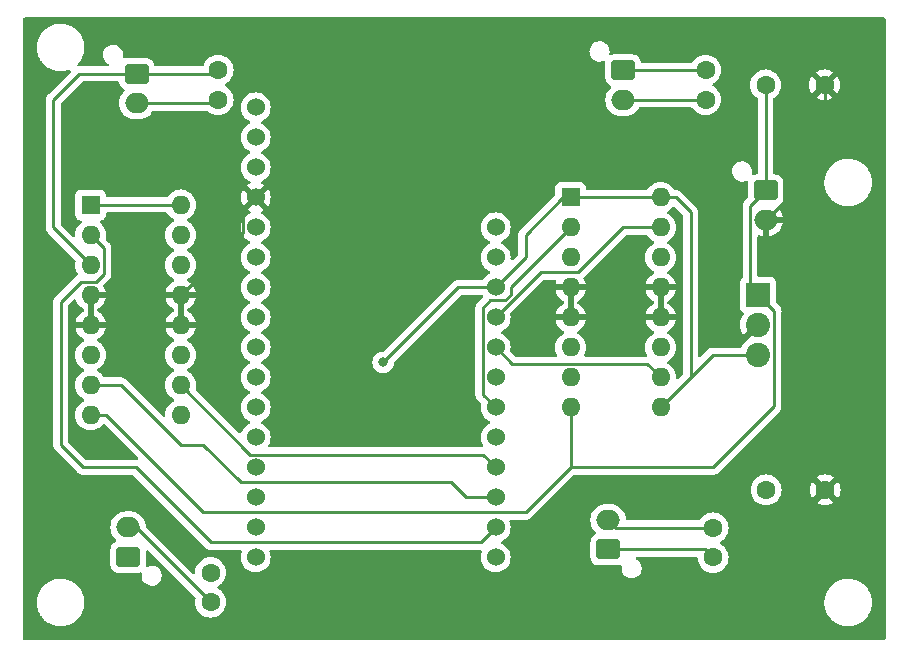
<source format=gbr>
%TF.GenerationSoftware,KiCad,Pcbnew,7.0.2*%
%TF.CreationDate,2024-06-06T15:53:53-07:00*%
%TF.ProjectId,argonCartMotorDesignV2,6172676f-6e43-4617-9274-4d6f746f7244,rev?*%
%TF.SameCoordinates,Original*%
%TF.FileFunction,Copper,L1,Top*%
%TF.FilePolarity,Positive*%
%FSLAX46Y46*%
G04 Gerber Fmt 4.6, Leading zero omitted, Abs format (unit mm)*
G04 Created by KiCad (PCBNEW 7.0.2) date 2024-06-06 15:53:53*
%MOMM*%
%LPD*%
G01*
G04 APERTURE LIST*
G04 Aperture macros list*
%AMRoundRect*
0 Rectangle with rounded corners*
0 $1 Rounding radius*
0 $2 $3 $4 $5 $6 $7 $8 $9 X,Y pos of 4 corners*
0 Add a 4 corners polygon primitive as box body*
4,1,4,$2,$3,$4,$5,$6,$7,$8,$9,$2,$3,0*
0 Add four circle primitives for the rounded corners*
1,1,$1+$1,$2,$3*
1,1,$1+$1,$4,$5*
1,1,$1+$1,$6,$7*
1,1,$1+$1,$8,$9*
0 Add four rect primitives between the rounded corners*
20,1,$1+$1,$2,$3,$4,$5,0*
20,1,$1+$1,$4,$5,$6,$7,0*
20,1,$1+$1,$6,$7,$8,$9,0*
20,1,$1+$1,$8,$9,$2,$3,0*%
G04 Aperture macros list end*
%TA.AperFunction,ComponentPad*%
%ADD10C,1.600000*%
%TD*%
%TA.AperFunction,ComponentPad*%
%ADD11R,1.600000X1.600000*%
%TD*%
%TA.AperFunction,ComponentPad*%
%ADD12O,1.600000X1.600000*%
%TD*%
%TA.AperFunction,ComponentPad*%
%ADD13RoundRect,0.250000X0.750000X-0.600000X0.750000X0.600000X-0.750000X0.600000X-0.750000X-0.600000X0*%
%TD*%
%TA.AperFunction,ComponentPad*%
%ADD14O,2.000000X1.700000*%
%TD*%
%TA.AperFunction,ComponentPad*%
%ADD15RoundRect,0.250000X-0.750000X0.600000X-0.750000X-0.600000X0.750000X-0.600000X0.750000X0.600000X0*%
%TD*%
%TA.AperFunction,ComponentPad*%
%ADD16C,1.524000*%
%TD*%
%TA.AperFunction,ComponentPad*%
%ADD17R,2.055000X2.055000*%
%TD*%
%TA.AperFunction,ComponentPad*%
%ADD18C,2.055000*%
%TD*%
%TA.AperFunction,ViaPad*%
%ADD19C,0.800000*%
%TD*%
%TA.AperFunction,Conductor*%
%ADD20C,0.250000*%
%TD*%
G04 APERTURE END LIST*
D10*
%TO.P,C6,1*%
%TO.N,Net-(M1-+)*%
X93980000Y-60345000D03*
%TO.P,C6,2*%
%TO.N,Net-(M1--)*%
X93980000Y-62845000D03*
%TD*%
D11*
%TO.P,U1,1,EN1\u002C2*%
%TO.N,Net-(U1-EN1\u002C2)*%
X83185000Y-71755000D03*
D12*
%TO.P,U1,2,1A*%
%TO.N,Net-(U1-1A)*%
X83185000Y-74295000D03*
%TO.P,U1,3,1Y*%
%TO.N,Net-(M1-+)*%
X83185000Y-76835000D03*
%TO.P,U1,4,GND*%
%TO.N,Net-(BT1--)*%
X83185000Y-79375000D03*
%TO.P,U1,5,GND*%
X83185000Y-81915000D03*
%TO.P,U1,6,2Y*%
%TO.N,Net-(M1--)*%
X83185000Y-84455000D03*
%TO.P,U1,7,2A*%
%TO.N,Net-(U1-2A)*%
X83185000Y-86995000D03*
%TO.P,U1,8,VCC2*%
%TO.N,Net-(BT1-+)*%
X83185000Y-89535000D03*
%TO.P,U1,9,EN3\u002C4*%
%TO.N,Net-(U1-EN1\u002C2)*%
X90805000Y-89535000D03*
%TO.P,U1,10,3A*%
%TO.N,Net-(U1-3A)*%
X90805000Y-86995000D03*
%TO.P,U1,11,3Y*%
%TO.N,Net-(M2-+)*%
X90805000Y-84455000D03*
%TO.P,U1,12,GND*%
%TO.N,Net-(BT1--)*%
X90805000Y-81915000D03*
%TO.P,U1,13,GND*%
X90805000Y-79375000D03*
%TO.P,U1,14,4Y*%
%TO.N,Net-(M2--)*%
X90805000Y-76835000D03*
%TO.P,U1,15,4A*%
%TO.N,Net-(U1-4A)*%
X90805000Y-74295000D03*
%TO.P,U1,16,VCC1*%
%TO.N,Net-(U1-EN1\u002C2)*%
X90805000Y-71755000D03*
%TD*%
D13*
%TO.P,M2,1,+*%
%TO.N,Net-(M2-+)*%
X86360000Y-101560000D03*
D14*
%TO.P,M2,2,-*%
%TO.N,Net-(M2--)*%
X86360000Y-99060000D03*
%TD*%
D15*
%TO.P,BT1,1,+*%
%TO.N,Net-(BT1-+)*%
X140335000Y-70525000D03*
D14*
%TO.P,BT1,2,-*%
%TO.N,Net-(BT1--)*%
X140335000Y-73025000D03*
%TD*%
D15*
%TO.P,M1,1,+*%
%TO.N,Net-(M1-+)*%
X87090000Y-60655000D03*
D14*
%TO.P,M1,2,-*%
%TO.N,Net-(M1--)*%
X87090000Y-63155000D03*
%TD*%
D16*
%TO.P,U4,1,RST*%
%TO.N,unconnected-(U4-RST-Pad1)*%
X97155000Y-63500000D03*
%TO.P,U4,2,3V3*%
%TO.N,unconnected-(U4-3V3-Pad2)*%
X97155000Y-66040000D03*
%TO.P,U4,3,MD*%
%TO.N,unconnected-(U4-MD-Pad3)*%
X97155000Y-68580000D03*
%TO.P,U4,4,GND*%
%TO.N,Net-(BT1--)*%
X97155000Y-71120000D03*
%TO.P,U4,5,A0*%
%TO.N,unconnected-(U4-A0-Pad5)*%
X97155000Y-73660000D03*
%TO.P,U4,6,A1*%
%TO.N,unconnected-(U4-A1-Pad6)*%
X97155000Y-76200000D03*
%TO.P,U4,7,A2*%
%TO.N,unconnected-(U4-A2-Pad7)*%
X97155000Y-78740000D03*
%TO.P,U4,8,A3*%
%TO.N,unconnected-(U4-A3-Pad8)*%
X97155000Y-81280000D03*
%TO.P,U4,9,A4*%
%TO.N,unconnected-(U4-A4-Pad9)*%
X97155000Y-83820000D03*
%TO.P,U4,10,A5*%
%TO.N,unconnected-(U4-A5-Pad10)*%
X97155000Y-86360000D03*
%TO.P,U4,11,SCK*%
%TO.N,unconnected-(U4-SCK-Pad11)*%
X97155000Y-88900000D03*
%TO.P,U4,12,MO*%
%TO.N,unconnected-(U4-MO-Pad12)*%
X97155000Y-91440000D03*
%TO.P,U4,13,MI*%
%TO.N,unconnected-(U4-MI-Pad13)*%
X97155000Y-93980000D03*
%TO.P,U4,14,RX*%
%TO.N,unconnected-(U4-RX-Pad14)*%
X97155000Y-96520000D03*
%TO.P,U4,15,TX*%
%TO.N,unconnected-(U4-TX-Pad15)*%
X97155000Y-99060000D03*
%TO.P,U4,16,NC*%
%TO.N,unconnected-(U4-NC-Pad16)*%
X97155000Y-101600000D03*
%TO.P,U4,17,SDA*%
%TO.N,unconnected-(U4-SDA-Pad17)*%
X117475000Y-101600000D03*
%TO.P,U4,18,SCL*%
%TO.N,Net-(U1-1A)*%
X117475000Y-99060000D03*
%TO.P,U4,19,D2*%
%TO.N,Net-(U1-2A)*%
X117475000Y-96520000D03*
%TO.P,U4,20,D3*%
%TO.N,Net-(U1-3A)*%
X117475000Y-93980000D03*
%TO.P,U4,21,D4*%
%TO.N,Net-(U1-4A)*%
X117475000Y-91440000D03*
%TO.P,U4,22,D5*%
%TO.N,Net-(U2-1A)*%
X117475000Y-88900000D03*
%TO.P,U4,23,D6*%
%TO.N,Net-(U2-2A)*%
X117475000Y-86360000D03*
%TO.P,U4,24,D7*%
%TO.N,Net-(U2-3A)*%
X117475000Y-83820000D03*
%TO.P,U4,25,D8*%
%TO.N,Net-(U2-4A)*%
X117475000Y-81280000D03*
%TO.P,U4,26,USB*%
%TO.N,Net-(U1-EN1\u002C2)*%
X117475000Y-78740000D03*
%TO.P,U4,27,EN*%
%TO.N,unconnected-(U4-EN-Pad27)*%
X117475000Y-76200000D03*
%TO.P,U4,28,Li+*%
%TO.N,unconnected-(U4-Li+-Pad28)*%
X117475000Y-73660000D03*
%TD*%
D10*
%TO.P,C2,1*%
%TO.N,Net-(U1-EN1\u002C2)*%
X140375000Y-95885000D03*
%TO.P,C2,2*%
%TO.N,Net-(BT1--)*%
X145375000Y-95885000D03*
%TD*%
D15*
%TO.P,M3,1,+*%
%TO.N,Net-(M3-+)*%
X128270000Y-60365000D03*
D14*
%TO.P,M3,2,-*%
%TO.N,Net-(M3--)*%
X128270000Y-62865000D03*
%TD*%
D11*
%TO.P,U2,1,EN1\u002C2*%
%TO.N,Net-(U1-EN1\u002C2)*%
X123825000Y-71120000D03*
D12*
%TO.P,U2,2,1A*%
%TO.N,Net-(U2-1A)*%
X123825000Y-73660000D03*
%TO.P,U2,3,1Y*%
%TO.N,Net-(M3-+)*%
X123825000Y-76200000D03*
%TO.P,U2,4,GND*%
%TO.N,Net-(BT1--)*%
X123825000Y-78740000D03*
%TO.P,U2,5,GND*%
X123825000Y-81280000D03*
%TO.P,U2,6,2Y*%
%TO.N,Net-(M3--)*%
X123825000Y-83820000D03*
%TO.P,U2,7,2A*%
%TO.N,Net-(U2-2A)*%
X123825000Y-86360000D03*
%TO.P,U2,8,VCC2*%
%TO.N,Net-(BT1-+)*%
X123825000Y-88900000D03*
%TO.P,U2,9,EN3\u002C4*%
%TO.N,Net-(U1-EN1\u002C2)*%
X131445000Y-88900000D03*
%TO.P,U2,10,3A*%
%TO.N,Net-(U2-3A)*%
X131445000Y-86360000D03*
%TO.P,U2,11,3Y*%
%TO.N,Net-(M4-+)*%
X131445000Y-83820000D03*
%TO.P,U2,12,GND*%
%TO.N,Net-(BT1--)*%
X131445000Y-81280000D03*
%TO.P,U2,13,GND*%
X131445000Y-78740000D03*
%TO.P,U2,14,4Y*%
%TO.N,Net-(M4--)*%
X131445000Y-76200000D03*
%TO.P,U2,15,4A*%
%TO.N,Net-(U2-4A)*%
X131445000Y-73660000D03*
%TO.P,U2,16,VCC1*%
%TO.N,Net-(U1-EN1\u002C2)*%
X131445000Y-71120000D03*
%TD*%
D10*
%TO.P,C3,1*%
%TO.N,Net-(M4-+)*%
X135890000Y-101600000D03*
%TO.P,C3,2*%
%TO.N,Net-(M4--)*%
X135890000Y-99100000D03*
%TD*%
D17*
%TO.P,U3,1,IN*%
%TO.N,Net-(BT1-+)*%
X139700000Y-79365000D03*
D18*
%TO.P,U3,2,GND*%
%TO.N,Net-(BT1--)*%
X139700000Y-81915000D03*
%TO.P,U3,3,OUT*%
%TO.N,Net-(U1-EN1\u002C2)*%
X139700000Y-84465000D03*
%TD*%
D10*
%TO.P,C4,1*%
%TO.N,Net-(M3-+)*%
X135255000Y-60345000D03*
%TO.P,C4,2*%
%TO.N,Net-(M3--)*%
X135255000Y-62845000D03*
%TD*%
%TO.P,C5,1*%
%TO.N,Net-(M2-+)*%
X93345000Y-102890000D03*
%TO.P,C5,2*%
%TO.N,Net-(M2--)*%
X93345000Y-105390000D03*
%TD*%
%TO.P,C1,1*%
%TO.N,Net-(BT1-+)*%
X140335000Y-61595000D03*
%TO.P,C1,2*%
%TO.N,Net-(BT1--)*%
X145335000Y-61595000D03*
%TD*%
D13*
%TO.P,M4,1,+*%
%TO.N,Net-(M4-+)*%
X127000000Y-100925000D03*
D14*
%TO.P,M4,2,-*%
%TO.N,Net-(M4--)*%
X127000000Y-98425000D03*
%TD*%
D19*
%TO.N,Net-(U1-EN1\u002C2)*%
X107950000Y-85090000D03*
%TD*%
D20*
%TO.N,Net-(BT1-+)*%
X84455000Y-89535000D02*
X92710000Y-97790000D01*
X139700000Y-79365000D02*
X141052500Y-80717500D01*
X141052500Y-88817500D02*
X135890000Y-93980000D01*
X140335000Y-70525000D02*
X139010000Y-71850000D01*
X83185000Y-89535000D02*
X84455000Y-89535000D01*
X92710000Y-97790000D02*
X120015000Y-97790000D01*
X120015000Y-97790000D02*
X123825000Y-93980000D01*
X139010000Y-78675000D02*
X139700000Y-79365000D01*
X141052500Y-80717500D02*
X141052500Y-88817500D01*
X135890000Y-93980000D02*
X123825000Y-93980000D01*
X123825000Y-93980000D02*
X123825000Y-88900000D01*
X140335000Y-70525000D02*
X140335000Y-61595000D01*
X139010000Y-71850000D02*
X139010000Y-78675000D01*
%TO.N,Net-(BT1--)*%
X123825000Y-78740000D02*
X131445000Y-78740000D01*
X90805000Y-81915000D02*
X90805000Y-79375000D01*
X90805000Y-79375000D02*
X96068875Y-74111125D01*
X145335000Y-61595000D02*
X145335000Y-68025000D01*
X83185000Y-79375000D02*
X83185000Y-81915000D01*
X96068000Y-72207000D02*
X97155000Y-71120000D01*
X96068875Y-74111125D02*
X96068000Y-74110251D01*
X145335000Y-68025000D02*
X140335000Y-73025000D01*
X83185000Y-79375000D02*
X90805000Y-79375000D01*
X96068000Y-74110251D02*
X96068000Y-72207000D01*
%TO.N,Net-(U1-EN1\u002C2)*%
X135880000Y-84465000D02*
X133985000Y-86360000D01*
X132715000Y-71120000D02*
X133985000Y-72390000D01*
X120015000Y-74295000D02*
X123190000Y-71120000D01*
X139075000Y-84465000D02*
X139065000Y-84455000D01*
X114300000Y-78740000D02*
X117475000Y-78740000D01*
X83185000Y-71755000D02*
X90805000Y-71755000D01*
X107950000Y-85090000D02*
X114300000Y-78740000D01*
X117475000Y-78740000D02*
X120015000Y-76200000D01*
X133985000Y-72390000D02*
X133985000Y-86360000D01*
X139700000Y-84465000D02*
X135880000Y-84465000D01*
X139700000Y-84465000D02*
X139075000Y-84465000D01*
X123190000Y-71120000D02*
X123825000Y-71120000D01*
X133985000Y-86360000D02*
X131445000Y-88900000D01*
X131445000Y-71120000D02*
X132715000Y-71120000D01*
X139065000Y-84455000D02*
X139700000Y-84455000D01*
X123825000Y-71120000D02*
X131445000Y-71120000D01*
X120015000Y-76200000D02*
X120015000Y-74295000D01*
%TO.N,Net-(M4-+)*%
X135215000Y-100925000D02*
X127000000Y-100925000D01*
X135890000Y-101600000D02*
X135215000Y-100925000D01*
%TO.N,Net-(M4--)*%
X127675000Y-99100000D02*
X127000000Y-98425000D01*
X135890000Y-99100000D02*
X127675000Y-99100000D01*
%TO.N,Net-(M3-+)*%
X128270000Y-60365000D02*
X135235000Y-60365000D01*
X135235000Y-60365000D02*
X135255000Y-60345000D01*
%TO.N,Net-(M3--)*%
X135235000Y-62865000D02*
X135255000Y-62845000D01*
X128270000Y-62865000D02*
X135235000Y-62865000D01*
%TO.N,Net-(M2--)*%
X87015000Y-99060000D02*
X86360000Y-99060000D01*
X93345000Y-105390000D02*
X87015000Y-99060000D01*
%TO.N,Net-(M1-+)*%
X93670000Y-60655000D02*
X93980000Y-60345000D01*
X82220000Y-60655000D02*
X80010000Y-62865000D01*
X87090000Y-60655000D02*
X93670000Y-60655000D01*
X80010000Y-62865000D02*
X80010000Y-73660000D01*
X87090000Y-60655000D02*
X82220000Y-60655000D01*
X80010000Y-73660000D02*
X83185000Y-76835000D01*
%TO.N,Net-(M1--)*%
X87090000Y-63155000D02*
X93670000Y-63155000D01*
X93670000Y-63155000D02*
X93980000Y-62845000D01*
%TO.N,Net-(U1-1A)*%
X80645000Y-92075000D02*
X82550000Y-93980000D01*
X82405000Y-78250000D02*
X80645000Y-80010000D01*
X93345000Y-100330000D02*
X116205000Y-100330000D01*
X84310000Y-77590991D02*
X83650991Y-78250000D01*
X83650991Y-78250000D02*
X82405000Y-78250000D01*
X80645000Y-80010000D02*
X80645000Y-92075000D01*
X84310000Y-75420000D02*
X84310000Y-77590991D01*
X83185000Y-74295000D02*
X84310000Y-75420000D01*
X116205000Y-100330000D02*
X117475000Y-99060000D01*
X86995000Y-93980000D02*
X93345000Y-100330000D01*
X82550000Y-93980000D02*
X86995000Y-93980000D01*
%TO.N,Net-(U1-2A)*%
X117475000Y-96520000D02*
X114935000Y-96520000D01*
X92710000Y-92075000D02*
X90805000Y-92075000D01*
X85725000Y-86995000D02*
X83185000Y-86995000D01*
X113665000Y-95250000D02*
X95885000Y-95250000D01*
X95885000Y-95250000D02*
X92710000Y-92075000D01*
X114935000Y-96520000D02*
X113665000Y-95250000D01*
X90805000Y-92075000D02*
X85725000Y-86995000D01*
%TO.N,Net-(U1-3A)*%
X90805000Y-86995000D02*
X96703875Y-92893875D01*
X96704749Y-92893000D02*
X116388000Y-92893000D01*
X116388000Y-92893000D02*
X117475000Y-93980000D01*
X96703875Y-92893875D02*
X96704749Y-92893000D01*
%TO.N,Net-(U2-1A)*%
X123825000Y-73660000D02*
X118745000Y-78740000D01*
X117475000Y-88900000D02*
X116388000Y-87813000D01*
X116388000Y-87813000D02*
X116388000Y-80462000D01*
X116388000Y-80462000D02*
X117023000Y-79827000D01*
X118293000Y-79827000D02*
X118745000Y-79375000D01*
X118745000Y-79375000D02*
X118745000Y-78740000D01*
X117023000Y-79827000D02*
X118293000Y-79827000D01*
%TO.N,Net-(U2-3A)*%
X118890000Y-85235000D02*
X130320000Y-85235000D01*
X130320000Y-85235000D02*
X131445000Y-86360000D01*
X117475000Y-83820000D02*
X118890000Y-85235000D01*
%TO.N,Net-(U2-4A)*%
X121285000Y-77470000D02*
X117475000Y-81280000D01*
X131445000Y-73660000D02*
X128270000Y-73660000D01*
X128270000Y-73660000D02*
X124460000Y-77470000D01*
X124460000Y-77470000D02*
X121285000Y-77470000D01*
%TD*%
%TA.AperFunction,Conductor*%
%TO.N,Net-(BT1--)*%
G36*
X81888052Y-79754050D02*
G01*
X81943986Y-79795921D01*
X81957101Y-79817827D01*
X82054865Y-80027480D01*
X82185341Y-80213819D01*
X82346180Y-80374658D01*
X82532519Y-80505134D01*
X82591456Y-80532618D01*
X82643895Y-80578791D01*
X82663047Y-80645985D01*
X82642831Y-80712866D01*
X82591456Y-80757382D01*
X82532519Y-80784865D01*
X82346180Y-80915341D01*
X82185341Y-81076180D01*
X82054865Y-81262519D01*
X81958733Y-81468673D01*
X81906128Y-81664999D01*
X81906128Y-81665000D01*
X82869314Y-81665000D01*
X82857359Y-81676955D01*
X82799835Y-81789852D01*
X82780014Y-81915000D01*
X82799835Y-82040148D01*
X82857359Y-82153045D01*
X82869314Y-82165000D01*
X81906128Y-82165000D01*
X81958733Y-82361326D01*
X82054865Y-82567480D01*
X82185341Y-82753819D01*
X82346180Y-82914658D01*
X82532519Y-83045134D01*
X82590865Y-83072342D01*
X82643304Y-83118514D01*
X82662456Y-83185708D01*
X82642240Y-83252589D01*
X82590866Y-83297105D01*
X82532267Y-83324430D01*
X82345859Y-83454953D01*
X82184953Y-83615859D01*
X82054432Y-83802264D01*
X81958261Y-84008502D01*
X81899364Y-84228310D01*
X81879531Y-84455000D01*
X81899364Y-84681689D01*
X81958261Y-84901497D01*
X82054432Y-85107735D01*
X82184953Y-85294140D01*
X82345859Y-85455046D01*
X82474871Y-85545380D01*
X82532266Y-85585568D01*
X82590275Y-85612618D01*
X82642714Y-85658791D01*
X82661865Y-85725985D01*
X82641649Y-85792866D01*
X82590275Y-85837382D01*
X82532263Y-85864433D01*
X82345859Y-85994953D01*
X82184953Y-86155859D01*
X82054432Y-86342264D01*
X81958261Y-86548502D01*
X81899364Y-86768310D01*
X81879531Y-86994999D01*
X81899364Y-87221689D01*
X81958261Y-87441497D01*
X82054432Y-87647735D01*
X82184953Y-87834140D01*
X82345859Y-87995046D01*
X82519647Y-88116732D01*
X82532266Y-88125568D01*
X82589076Y-88152059D01*
X82590275Y-88152618D01*
X82642714Y-88198791D01*
X82661865Y-88265985D01*
X82641649Y-88332866D01*
X82590275Y-88377382D01*
X82532263Y-88404433D01*
X82345859Y-88534953D01*
X82184953Y-88695859D01*
X82054432Y-88882264D01*
X81958261Y-89088502D01*
X81899364Y-89308310D01*
X81879531Y-89534999D01*
X81899364Y-89761689D01*
X81958261Y-89981497D01*
X82054432Y-90187735D01*
X82184953Y-90374140D01*
X82345859Y-90535046D01*
X82532264Y-90665567D01*
X82532265Y-90665567D01*
X82532266Y-90665568D01*
X82738504Y-90761739D01*
X82958308Y-90820635D01*
X83185000Y-90840468D01*
X83411692Y-90820635D01*
X83631496Y-90761739D01*
X83837734Y-90665568D01*
X84024139Y-90535047D01*
X84185047Y-90374139D01*
X84192741Y-90363149D01*
X84247315Y-90319524D01*
X84316813Y-90312327D01*
X84379169Y-90343847D01*
X84381999Y-90346589D01*
X87178527Y-93143117D01*
X87212012Y-93204440D01*
X87207028Y-93274132D01*
X87165156Y-93330065D01*
X87099692Y-93354482D01*
X87089683Y-93353581D01*
X87089683Y-93354500D01*
X87053984Y-93354500D01*
X87034586Y-93352973D01*
X87026333Y-93351666D01*
X87014805Y-93349840D01*
X87014804Y-93349840D01*
X86981751Y-93352964D01*
X86971325Y-93353950D01*
X86959656Y-93354500D01*
X82860452Y-93354500D01*
X82793413Y-93334815D01*
X82772771Y-93318181D01*
X81306819Y-91852228D01*
X81273334Y-91790905D01*
X81270500Y-91764547D01*
X81270500Y-80320452D01*
X81290185Y-80253413D01*
X81306819Y-80232771D01*
X81531181Y-80008409D01*
X81757040Y-79782549D01*
X81818361Y-79749066D01*
X81888052Y-79754050D01*
G37*
%TD.AperFunction*%
%TA.AperFunction,Conductor*%
G36*
X89657851Y-72400185D02*
G01*
X89692387Y-72433377D01*
X89804953Y-72594140D01*
X89965859Y-72755046D01*
X90094871Y-72845380D01*
X90152266Y-72885568D01*
X90210275Y-72912618D01*
X90262714Y-72958791D01*
X90281865Y-73025985D01*
X90261649Y-73092866D01*
X90210275Y-73137382D01*
X90152263Y-73164433D01*
X89965859Y-73294953D01*
X89804953Y-73455859D01*
X89674432Y-73642264D01*
X89578261Y-73848502D01*
X89519364Y-74068310D01*
X89499531Y-74295000D01*
X89519364Y-74521689D01*
X89578261Y-74741497D01*
X89674432Y-74947735D01*
X89804953Y-75134140D01*
X89965859Y-75295046D01*
X90094871Y-75385380D01*
X90152266Y-75425568D01*
X90210275Y-75452618D01*
X90262714Y-75498791D01*
X90281865Y-75565985D01*
X90261649Y-75632866D01*
X90210275Y-75677382D01*
X90152263Y-75704433D01*
X89965859Y-75834953D01*
X89804953Y-75995859D01*
X89674432Y-76182264D01*
X89578261Y-76388502D01*
X89519364Y-76608310D01*
X89499531Y-76834999D01*
X89519364Y-77061689D01*
X89578261Y-77281497D01*
X89674432Y-77487735D01*
X89804953Y-77674140D01*
X89965859Y-77835046D01*
X90152264Y-77965567D01*
X90152265Y-77965567D01*
X90152266Y-77965568D01*
X90210865Y-77992893D01*
X90263304Y-78039065D01*
X90282456Y-78106259D01*
X90262240Y-78173140D01*
X90210866Y-78217656D01*
X90152522Y-78244863D01*
X89966180Y-78375341D01*
X89805341Y-78536180D01*
X89674865Y-78722519D01*
X89578733Y-78928673D01*
X89526128Y-79124999D01*
X89526128Y-79125000D01*
X90489314Y-79125000D01*
X90477359Y-79136955D01*
X90419835Y-79249852D01*
X90400014Y-79375000D01*
X90419835Y-79500148D01*
X90477359Y-79613045D01*
X90489314Y-79625000D01*
X89526128Y-79625000D01*
X89578733Y-79821326D01*
X89674865Y-80027480D01*
X89805341Y-80213819D01*
X89966180Y-80374658D01*
X90152519Y-80505134D01*
X90211456Y-80532618D01*
X90263895Y-80578791D01*
X90283047Y-80645985D01*
X90262831Y-80712866D01*
X90211456Y-80757382D01*
X90152519Y-80784865D01*
X89966180Y-80915341D01*
X89805341Y-81076180D01*
X89674865Y-81262519D01*
X89578733Y-81468673D01*
X89526128Y-81664999D01*
X89526128Y-81665000D01*
X90489314Y-81665000D01*
X90477359Y-81676955D01*
X90419835Y-81789852D01*
X90400014Y-81915000D01*
X90419835Y-82040148D01*
X90477359Y-82153045D01*
X90489314Y-82165000D01*
X89526128Y-82165000D01*
X89578733Y-82361326D01*
X89674865Y-82567480D01*
X89805341Y-82753819D01*
X89966180Y-82914658D01*
X90152519Y-83045134D01*
X90210865Y-83072342D01*
X90263304Y-83118514D01*
X90282456Y-83185708D01*
X90262240Y-83252589D01*
X90210866Y-83297105D01*
X90152267Y-83324430D01*
X89965859Y-83454953D01*
X89804953Y-83615859D01*
X89674432Y-83802264D01*
X89578261Y-84008502D01*
X89519364Y-84228310D01*
X89499531Y-84454999D01*
X89519364Y-84681689D01*
X89578261Y-84901497D01*
X89674432Y-85107735D01*
X89804953Y-85294140D01*
X89965859Y-85455046D01*
X90094871Y-85545380D01*
X90152266Y-85585568D01*
X90210275Y-85612618D01*
X90262714Y-85658791D01*
X90281865Y-85725985D01*
X90261649Y-85792866D01*
X90210275Y-85837382D01*
X90152263Y-85864433D01*
X89965859Y-85994953D01*
X89804953Y-86155859D01*
X89674432Y-86342264D01*
X89578261Y-86548502D01*
X89519364Y-86768310D01*
X89499531Y-86994999D01*
X89519364Y-87221689D01*
X89578261Y-87441497D01*
X89674432Y-87647735D01*
X89804953Y-87834140D01*
X89965859Y-87995046D01*
X90139647Y-88116732D01*
X90152266Y-88125568D01*
X90209076Y-88152059D01*
X90210275Y-88152618D01*
X90262714Y-88198791D01*
X90281865Y-88265985D01*
X90261649Y-88332866D01*
X90210275Y-88377382D01*
X90152263Y-88404433D01*
X89965859Y-88534953D01*
X89804953Y-88695859D01*
X89674432Y-88882264D01*
X89578261Y-89088502D01*
X89519364Y-89308310D01*
X89499531Y-89534999D01*
X89503390Y-89579101D01*
X89489623Y-89647601D01*
X89441008Y-89697785D01*
X89372980Y-89713718D01*
X89307136Y-89690343D01*
X89292181Y-89677590D01*
X86225802Y-86611211D01*
X86212906Y-86595113D01*
X86161775Y-86547098D01*
X86158978Y-86544387D01*
X86142227Y-86527636D01*
X86139471Y-86524880D01*
X86136290Y-86522412D01*
X86127422Y-86514837D01*
X86095582Y-86484938D01*
X86078024Y-86475285D01*
X86061764Y-86464604D01*
X86045936Y-86452327D01*
X86005851Y-86434980D01*
X85995361Y-86429841D01*
X85957091Y-86408802D01*
X85937691Y-86403821D01*
X85919284Y-86397519D01*
X85900897Y-86389562D01*
X85857758Y-86382729D01*
X85846324Y-86380361D01*
X85804019Y-86369500D01*
X85783984Y-86369500D01*
X85764586Y-86367973D01*
X85757162Y-86366797D01*
X85744805Y-86364840D01*
X85744804Y-86364840D01*
X85711751Y-86367964D01*
X85701325Y-86368950D01*
X85689656Y-86369500D01*
X84399188Y-86369500D01*
X84332149Y-86349815D01*
X84297613Y-86316623D01*
X84185046Y-86155859D01*
X84024140Y-85994953D01*
X83837733Y-85864431D01*
X83779725Y-85837382D01*
X83727285Y-85791210D01*
X83708133Y-85724017D01*
X83728348Y-85657135D01*
X83779725Y-85612618D01*
X83837734Y-85585568D01*
X84024139Y-85455047D01*
X84185047Y-85294139D01*
X84315568Y-85107734D01*
X84411739Y-84901496D01*
X84470635Y-84681692D01*
X84490468Y-84455000D01*
X84470635Y-84228308D01*
X84411739Y-84008504D01*
X84315568Y-83802266D01*
X84298212Y-83777478D01*
X84185046Y-83615859D01*
X84024140Y-83454953D01*
X83837736Y-83324433D01*
X83837730Y-83324430D01*
X83779132Y-83297105D01*
X83726695Y-83250933D01*
X83707543Y-83183739D01*
X83727759Y-83116858D01*
X83779135Y-83072342D01*
X83837479Y-83045135D01*
X84023819Y-82914658D01*
X84184658Y-82753819D01*
X84315134Y-82567480D01*
X84411266Y-82361326D01*
X84463872Y-82165000D01*
X83500686Y-82165000D01*
X83512641Y-82153045D01*
X83570165Y-82040148D01*
X83589986Y-81915000D01*
X83570165Y-81789852D01*
X83512641Y-81676955D01*
X83500686Y-81665000D01*
X84463872Y-81665000D01*
X84463871Y-81664999D01*
X84411266Y-81468673D01*
X84315134Y-81262519D01*
X84184658Y-81076180D01*
X84023819Y-80915341D01*
X83837479Y-80784864D01*
X83778543Y-80757382D01*
X83726103Y-80711210D01*
X83706951Y-80644017D01*
X83727166Y-80577136D01*
X83778543Y-80532618D01*
X83837479Y-80505135D01*
X84023819Y-80374658D01*
X84184658Y-80213819D01*
X84315134Y-80027480D01*
X84411266Y-79821326D01*
X84463872Y-79625000D01*
X83500686Y-79625000D01*
X83512641Y-79613045D01*
X83570165Y-79500148D01*
X83589986Y-79375000D01*
X83570165Y-79249852D01*
X83512641Y-79136955D01*
X83500686Y-79125000D01*
X84463872Y-79125000D01*
X84463871Y-79124999D01*
X84411266Y-78928673D01*
X84315132Y-78722515D01*
X84271001Y-78659489D01*
X84248673Y-78593283D01*
X84265683Y-78525516D01*
X84284886Y-78500694D01*
X84693787Y-78091793D01*
X84709885Y-78078896D01*
X84711871Y-78076780D01*
X84711877Y-78076777D01*
X84757949Y-78027714D01*
X84760534Y-78025046D01*
X84780120Y-78005462D01*
X84782585Y-78002283D01*
X84790167Y-77993407D01*
X84790650Y-77992893D01*
X84820062Y-77961573D01*
X84829717Y-77944009D01*
X84840394Y-77927755D01*
X84852673Y-77911927D01*
X84870018Y-77871843D01*
X84875160Y-77861347D01*
X84885022Y-77843409D01*
X84896197Y-77823083D01*
X84901179Y-77803675D01*
X84907481Y-77785271D01*
X84915437Y-77766887D01*
X84922269Y-77723743D01*
X84924633Y-77712329D01*
X84935500Y-77670010D01*
X84935500Y-77649974D01*
X84937027Y-77630575D01*
X84940160Y-77610795D01*
X84936050Y-77567315D01*
X84935500Y-77555646D01*
X84935500Y-75502739D01*
X84937763Y-75482238D01*
X84936832Y-75452618D01*
X84935561Y-75412144D01*
X84935500Y-75408250D01*
X84935500Y-75384544D01*
X84935500Y-75380650D01*
X84934998Y-75376681D01*
X84934080Y-75365024D01*
X84932709Y-75321373D01*
X84927120Y-75302140D01*
X84923174Y-75283082D01*
X84920664Y-75263208D01*
X84904588Y-75222606D01*
X84900804Y-75211552D01*
X84888619Y-75169613D01*
X84888618Y-75169612D01*
X84888618Y-75169610D01*
X84878417Y-75152361D01*
X84869860Y-75134895D01*
X84862486Y-75116268D01*
X84836813Y-75080932D01*
X84830402Y-75071172D01*
X84813376Y-75042382D01*
X84808170Y-75033579D01*
X84794006Y-75019415D01*
X84781369Y-75004620D01*
X84769595Y-74988414D01*
X84751278Y-74973261D01*
X84735935Y-74960568D01*
X84727305Y-74952714D01*
X84484413Y-74709822D01*
X84450928Y-74648499D01*
X84452319Y-74590047D01*
X84470635Y-74521692D01*
X84490468Y-74295000D01*
X84470635Y-74068308D01*
X84411739Y-73848504D01*
X84315568Y-73642266D01*
X84286441Y-73600667D01*
X84185046Y-73455859D01*
X84024140Y-73294953D01*
X83999537Y-73277726D01*
X83955912Y-73223150D01*
X83948718Y-73153651D01*
X83980241Y-73091296D01*
X84040470Y-73055882D01*
X84057401Y-73052862D01*
X84092483Y-73049091D01*
X84227331Y-72998796D01*
X84342546Y-72912546D01*
X84428796Y-72797331D01*
X84479091Y-72662483D01*
X84485500Y-72602873D01*
X84485500Y-72504499D01*
X84505185Y-72437461D01*
X84557989Y-72391706D01*
X84609500Y-72380500D01*
X89590812Y-72380500D01*
X89657851Y-72400185D01*
G37*
%TD.AperFunction*%
%TA.AperFunction,Conductor*%
G36*
X132639169Y-71928847D02*
G01*
X132641999Y-71931589D01*
X133323181Y-72612771D01*
X133356666Y-72674094D01*
X133359500Y-72700452D01*
X133359500Y-86049546D01*
X133339815Y-86116585D01*
X133323181Y-86137227D01*
X132957819Y-86502588D01*
X132896496Y-86536073D01*
X132826804Y-86531089D01*
X132770871Y-86489217D01*
X132746454Y-86423753D01*
X132746610Y-86404099D01*
X132749770Y-86367973D01*
X132750468Y-86360000D01*
X132748916Y-86342266D01*
X132731215Y-86139934D01*
X132730635Y-86133308D01*
X132671739Y-85913504D01*
X132575568Y-85707266D01*
X132540467Y-85657135D01*
X132445046Y-85520859D01*
X132284140Y-85359953D01*
X132097733Y-85229431D01*
X132039725Y-85202382D01*
X131987285Y-85156210D01*
X131968133Y-85089017D01*
X131988348Y-85022135D01*
X132039725Y-84977618D01*
X132097734Y-84950568D01*
X132284139Y-84820047D01*
X132445047Y-84659139D01*
X132575568Y-84472734D01*
X132671739Y-84266496D01*
X132730635Y-84046692D01*
X132750468Y-83820000D01*
X132730635Y-83593308D01*
X132671739Y-83373504D01*
X132575568Y-83167266D01*
X132574005Y-83165033D01*
X132445046Y-82980859D01*
X132284140Y-82819953D01*
X132097736Y-82689433D01*
X132039725Y-82662382D01*
X132039132Y-82662105D01*
X131986695Y-82615933D01*
X131967543Y-82548739D01*
X131987759Y-82481858D01*
X132039135Y-82437342D01*
X132097479Y-82410135D01*
X132283819Y-82279658D01*
X132444658Y-82118819D01*
X132575134Y-81932480D01*
X132671266Y-81726326D01*
X132723872Y-81530000D01*
X131760686Y-81530000D01*
X131772641Y-81518045D01*
X131830165Y-81405148D01*
X131849986Y-81280000D01*
X131830165Y-81154852D01*
X131772641Y-81041955D01*
X131760686Y-81030000D01*
X132723872Y-81030000D01*
X132723871Y-81029999D01*
X132671266Y-80833673D01*
X132575134Y-80627519D01*
X132444658Y-80441180D01*
X132283819Y-80280341D01*
X132097479Y-80149864D01*
X132038543Y-80122382D01*
X131986103Y-80076210D01*
X131966951Y-80009017D01*
X131987166Y-79942136D01*
X132038543Y-79897618D01*
X132097479Y-79870135D01*
X132283819Y-79739658D01*
X132444658Y-79578819D01*
X132575134Y-79392480D01*
X132671266Y-79186326D01*
X132723872Y-78990000D01*
X131760686Y-78990000D01*
X131772641Y-78978045D01*
X131830165Y-78865148D01*
X131849986Y-78740000D01*
X131830165Y-78614852D01*
X131772641Y-78501955D01*
X131760686Y-78490000D01*
X132723872Y-78490000D01*
X132723871Y-78489999D01*
X132671266Y-78293673D01*
X132575134Y-78087519D01*
X132444658Y-77901180D01*
X132283819Y-77740341D01*
X132097482Y-77609866D01*
X132039133Y-77582657D01*
X131986694Y-77536484D01*
X131967543Y-77469290D01*
X131987759Y-77402409D01*
X132039134Y-77357893D01*
X132097734Y-77330568D01*
X132284139Y-77200047D01*
X132445047Y-77039139D01*
X132575568Y-76852734D01*
X132671739Y-76646496D01*
X132730635Y-76426692D01*
X132750468Y-76200000D01*
X132730635Y-75973308D01*
X132671739Y-75753504D01*
X132575568Y-75547266D01*
X132573135Y-75543790D01*
X132445046Y-75360859D01*
X132284140Y-75199953D01*
X132097733Y-75069431D01*
X132039725Y-75042382D01*
X131987285Y-74996210D01*
X131968133Y-74929017D01*
X131988348Y-74862135D01*
X132039725Y-74817618D01*
X132097734Y-74790568D01*
X132284139Y-74660047D01*
X132445047Y-74499139D01*
X132575568Y-74312734D01*
X132671739Y-74106496D01*
X132730635Y-73886692D01*
X132750468Y-73660000D01*
X132748916Y-73642266D01*
X132731215Y-73439934D01*
X132730635Y-73433308D01*
X132671739Y-73213504D01*
X132575568Y-73007266D01*
X132569638Y-72998796D01*
X132445046Y-72820859D01*
X132284140Y-72659953D01*
X132097733Y-72529431D01*
X132056727Y-72510310D01*
X132039724Y-72502381D01*
X131987285Y-72456210D01*
X131968133Y-72389017D01*
X131988348Y-72322135D01*
X132039725Y-72277618D01*
X132097734Y-72250568D01*
X132284139Y-72120047D01*
X132445047Y-71959139D01*
X132452741Y-71948149D01*
X132507315Y-71904524D01*
X132576813Y-71897327D01*
X132639169Y-71928847D01*
G37*
%TD.AperFunction*%
%TA.AperFunction,Conductor*%
G36*
X122563542Y-78115185D02*
G01*
X122609297Y-78167989D01*
X122619241Y-78237147D01*
X122608885Y-78271905D01*
X122598733Y-78293674D01*
X122546128Y-78489999D01*
X122546128Y-78490000D01*
X123509314Y-78490000D01*
X123497359Y-78501955D01*
X123439835Y-78614852D01*
X123420014Y-78740000D01*
X123439835Y-78865148D01*
X123497359Y-78978045D01*
X123509314Y-78990000D01*
X122546128Y-78990000D01*
X122598733Y-79186326D01*
X122694865Y-79392480D01*
X122825341Y-79578819D01*
X122986180Y-79739658D01*
X123172519Y-79870134D01*
X123231456Y-79897618D01*
X123283895Y-79943791D01*
X123303047Y-80010985D01*
X123282831Y-80077866D01*
X123231456Y-80122382D01*
X123172519Y-80149865D01*
X122986180Y-80280341D01*
X122825341Y-80441180D01*
X122694865Y-80627519D01*
X122598733Y-80833673D01*
X122546128Y-81029999D01*
X122546128Y-81030000D01*
X123509314Y-81030000D01*
X123497359Y-81041955D01*
X123439835Y-81154852D01*
X123420014Y-81280000D01*
X123439835Y-81405148D01*
X123497359Y-81518045D01*
X123509314Y-81530000D01*
X122546128Y-81530000D01*
X122598733Y-81726326D01*
X122694865Y-81932480D01*
X122825341Y-82118819D01*
X122986180Y-82279658D01*
X123172519Y-82410134D01*
X123230865Y-82437342D01*
X123283304Y-82483514D01*
X123302456Y-82550708D01*
X123282240Y-82617589D01*
X123230866Y-82662105D01*
X123172267Y-82689430D01*
X122985859Y-82819953D01*
X122824953Y-82980859D01*
X122694432Y-83167264D01*
X122598261Y-83373502D01*
X122539364Y-83593310D01*
X122519531Y-83819999D01*
X122539364Y-84046689D01*
X122598261Y-84266497D01*
X122675948Y-84433095D01*
X122686440Y-84502172D01*
X122657921Y-84565956D01*
X122599444Y-84604196D01*
X122563566Y-84609500D01*
X119200453Y-84609500D01*
X119133414Y-84589815D01*
X119112772Y-84573181D01*
X118743386Y-84203795D01*
X118709901Y-84142472D01*
X118711293Y-84084018D01*
X118721026Y-84047697D01*
X118723070Y-84040068D01*
X118742323Y-83820000D01*
X118723070Y-83599932D01*
X118665894Y-83386550D01*
X118572534Y-83186339D01*
X118445826Y-83005380D01*
X118289620Y-82849174D01*
X118108662Y-82722466D01*
X117979811Y-82662382D01*
X117927372Y-82616210D01*
X117908220Y-82549016D01*
X117928436Y-82482135D01*
X117979811Y-82437618D01*
X117985027Y-82435185D01*
X118108662Y-82377534D01*
X118289620Y-82250826D01*
X118445826Y-82094620D01*
X118572534Y-81913662D01*
X118665894Y-81713450D01*
X118723070Y-81500068D01*
X118742323Y-81280000D01*
X118723070Y-81059932D01*
X118711292Y-81015976D01*
X118712955Y-80946128D01*
X118743384Y-80896204D01*
X121507770Y-78131819D01*
X121569094Y-78098334D01*
X121595452Y-78095500D01*
X122496503Y-78095500D01*
X122563542Y-78115185D01*
G37*
%TD.AperFunction*%
%TA.AperFunction,Conductor*%
G36*
X130297851Y-74305185D02*
G01*
X130332387Y-74338377D01*
X130444953Y-74499140D01*
X130605859Y-74660046D01*
X130745087Y-74757533D01*
X130792266Y-74790568D01*
X130850273Y-74817617D01*
X130902713Y-74863789D01*
X130921865Y-74930982D01*
X130901650Y-74997864D01*
X130850276Y-75042380D01*
X130792266Y-75069431D01*
X130605859Y-75199953D01*
X130444953Y-75360859D01*
X130314432Y-75547264D01*
X130218261Y-75753502D01*
X130159364Y-75973310D01*
X130139531Y-76200000D01*
X130159364Y-76426689D01*
X130218261Y-76646497D01*
X130314432Y-76852735D01*
X130444953Y-77039140D01*
X130605859Y-77200046D01*
X130792264Y-77330567D01*
X130792265Y-77330567D01*
X130792266Y-77330568D01*
X130850865Y-77357893D01*
X130903304Y-77404065D01*
X130922456Y-77471259D01*
X130902240Y-77538140D01*
X130850866Y-77582656D01*
X130792522Y-77609863D01*
X130606180Y-77740341D01*
X130445341Y-77901180D01*
X130314865Y-78087519D01*
X130218733Y-78293673D01*
X130166128Y-78489999D01*
X130166128Y-78490000D01*
X131129314Y-78490000D01*
X131117359Y-78501955D01*
X131059835Y-78614852D01*
X131040014Y-78740000D01*
X131059835Y-78865148D01*
X131117359Y-78978045D01*
X131129314Y-78990000D01*
X130166128Y-78990000D01*
X130218733Y-79186326D01*
X130314865Y-79392480D01*
X130445341Y-79578819D01*
X130606180Y-79739658D01*
X130792519Y-79870134D01*
X130851456Y-79897618D01*
X130903895Y-79943791D01*
X130923047Y-80010985D01*
X130902831Y-80077866D01*
X130851456Y-80122382D01*
X130792519Y-80149865D01*
X130606180Y-80280341D01*
X130445341Y-80441180D01*
X130314865Y-80627519D01*
X130218733Y-80833673D01*
X130166128Y-81029999D01*
X130166128Y-81030000D01*
X131129314Y-81030000D01*
X131117359Y-81041955D01*
X131059835Y-81154852D01*
X131040014Y-81280000D01*
X131059835Y-81405148D01*
X131117359Y-81518045D01*
X131129314Y-81530000D01*
X130166128Y-81530000D01*
X130218733Y-81726326D01*
X130314865Y-81932480D01*
X130445341Y-82118819D01*
X130606180Y-82279658D01*
X130792519Y-82410134D01*
X130850865Y-82437342D01*
X130903304Y-82483514D01*
X130922456Y-82550708D01*
X130902240Y-82617589D01*
X130850866Y-82662105D01*
X130792267Y-82689430D01*
X130605859Y-82819953D01*
X130444953Y-82980859D01*
X130314432Y-83167264D01*
X130218261Y-83373502D01*
X130159364Y-83593310D01*
X130139531Y-83820000D01*
X130159364Y-84046689D01*
X130218261Y-84266497D01*
X130295948Y-84433095D01*
X130306440Y-84502172D01*
X130277921Y-84565956D01*
X130219444Y-84604196D01*
X130183566Y-84609500D01*
X125086434Y-84609500D01*
X125019395Y-84589815D01*
X124973640Y-84537011D01*
X124963696Y-84467853D01*
X124974052Y-84433095D01*
X125033388Y-84305849D01*
X125051739Y-84266496D01*
X125110635Y-84046692D01*
X125130468Y-83820000D01*
X125110635Y-83593308D01*
X125051739Y-83373504D01*
X124955568Y-83167266D01*
X124954005Y-83165033D01*
X124825046Y-82980859D01*
X124664140Y-82819953D01*
X124477736Y-82689433D01*
X124419725Y-82662382D01*
X124419132Y-82662105D01*
X124366695Y-82615933D01*
X124347543Y-82548739D01*
X124367759Y-82481858D01*
X124419135Y-82437342D01*
X124477479Y-82410135D01*
X124663819Y-82279658D01*
X124824658Y-82118819D01*
X124955134Y-81932480D01*
X125051266Y-81726326D01*
X125103872Y-81530000D01*
X124140686Y-81530000D01*
X124152641Y-81518045D01*
X124210165Y-81405148D01*
X124229986Y-81280000D01*
X124210165Y-81154852D01*
X124152641Y-81041955D01*
X124140686Y-81030000D01*
X125103872Y-81030000D01*
X125103871Y-81029999D01*
X125051266Y-80833673D01*
X124955134Y-80627519D01*
X124824658Y-80441180D01*
X124663819Y-80280341D01*
X124477479Y-80149864D01*
X124418543Y-80122382D01*
X124366103Y-80076210D01*
X124346951Y-80009017D01*
X124367166Y-79942136D01*
X124418543Y-79897618D01*
X124477479Y-79870135D01*
X124663819Y-79739658D01*
X124824658Y-79578819D01*
X124955134Y-79392480D01*
X125051266Y-79186326D01*
X125103872Y-78990000D01*
X124140686Y-78990000D01*
X124152641Y-78978045D01*
X124210165Y-78865148D01*
X124229986Y-78740000D01*
X124210165Y-78614852D01*
X124152641Y-78501955D01*
X124140686Y-78490000D01*
X125103872Y-78490000D01*
X125103871Y-78489999D01*
X125051266Y-78293673D01*
X124955134Y-78087518D01*
X124920889Y-78038612D01*
X124898561Y-77972406D01*
X124915570Y-77904638D01*
X124934778Y-77879810D01*
X128492770Y-74321819D01*
X128554094Y-74288334D01*
X128580452Y-74285500D01*
X130230812Y-74285500D01*
X130297851Y-74305185D01*
G37*
%TD.AperFunction*%
%TA.AperFunction,Conductor*%
G36*
X83435000Y-81599314D02*
G01*
X83423045Y-81587359D01*
X83310148Y-81529835D01*
X83216481Y-81515000D01*
X83153519Y-81515000D01*
X83059852Y-81529835D01*
X82946955Y-81587359D01*
X82935000Y-81599314D01*
X82935000Y-79690686D01*
X82946955Y-79702641D01*
X83059852Y-79760165D01*
X83153519Y-79775000D01*
X83216481Y-79775000D01*
X83310148Y-79760165D01*
X83423045Y-79702641D01*
X83435000Y-79690686D01*
X83435000Y-81599314D01*
G37*
%TD.AperFunction*%
%TA.AperFunction,Conductor*%
G36*
X91055000Y-81599314D02*
G01*
X91043045Y-81587359D01*
X90930148Y-81529835D01*
X90836481Y-81515000D01*
X90773519Y-81515000D01*
X90679852Y-81529835D01*
X90566955Y-81587359D01*
X90555000Y-81599314D01*
X90555000Y-79690686D01*
X90566955Y-79702641D01*
X90679852Y-79760165D01*
X90773519Y-79775000D01*
X90836481Y-79775000D01*
X90930148Y-79760165D01*
X91043045Y-79702641D01*
X91055000Y-79690686D01*
X91055000Y-81599314D01*
G37*
%TD.AperFunction*%
%TA.AperFunction,Conductor*%
G36*
X124075000Y-80964314D02*
G01*
X124063045Y-80952359D01*
X123950148Y-80894835D01*
X123856481Y-80880000D01*
X123793519Y-80880000D01*
X123699852Y-80894835D01*
X123586955Y-80952359D01*
X123575000Y-80964313D01*
X123575000Y-79055686D01*
X123586955Y-79067641D01*
X123699852Y-79125165D01*
X123793519Y-79140000D01*
X123856481Y-79140000D01*
X123950148Y-79125165D01*
X124063045Y-79067641D01*
X124075000Y-79055685D01*
X124075000Y-80964314D01*
G37*
%TD.AperFunction*%
%TA.AperFunction,Conductor*%
G36*
X131695000Y-80964314D02*
G01*
X131683045Y-80952359D01*
X131570148Y-80894835D01*
X131476481Y-80880000D01*
X131413519Y-80880000D01*
X131319852Y-80894835D01*
X131206955Y-80952359D01*
X131195000Y-80964313D01*
X131195000Y-79055686D01*
X131206955Y-79067641D01*
X131319852Y-79125165D01*
X131413519Y-79140000D01*
X131476481Y-79140000D01*
X131570148Y-79125165D01*
X131683045Y-79067641D01*
X131695000Y-79055685D01*
X131695000Y-80964314D01*
G37*
%TD.AperFunction*%
%TA.AperFunction,Conductor*%
G36*
X150437539Y-55900185D02*
G01*
X150483294Y-55952989D01*
X150494500Y-56004500D01*
X150494500Y-108460500D01*
X150474815Y-108527539D01*
X150422011Y-108573294D01*
X150370500Y-108584500D01*
X77594500Y-108584500D01*
X77527461Y-108564815D01*
X77481706Y-108512011D01*
X77470500Y-108460500D01*
X77470500Y-105410000D01*
X78631761Y-105410000D01*
X78632050Y-105414225D01*
X78632050Y-105414226D01*
X78638137Y-105503231D01*
X78636379Y-105511192D01*
X78640250Y-105538734D01*
X78641168Y-105547528D01*
X78641556Y-105553199D01*
X78641845Y-105561663D01*
X78641845Y-105584763D01*
X78644342Y-105593944D01*
X78650222Y-105679903D01*
X78650512Y-105684136D01*
X78651375Y-105688291D01*
X78651376Y-105688295D01*
X78670147Y-105778627D01*
X78669415Y-105787670D01*
X78677631Y-105816322D01*
X78679842Y-105825279D01*
X78681125Y-105831455D01*
X78682510Y-105839415D01*
X78685411Y-105860054D01*
X78688645Y-105867642D01*
X78706417Y-105953165D01*
X78707835Y-105957155D01*
X78707836Y-105957157D01*
X78739769Y-106047009D01*
X78740326Y-106056978D01*
X78753170Y-106085826D01*
X78756727Y-106094725D01*
X78759224Y-106101749D01*
X78761583Y-106109105D01*
X78766612Y-106126643D01*
X78770191Y-106132609D01*
X78798434Y-106212077D01*
X78800381Y-106215835D01*
X78800383Y-106215839D01*
X78845677Y-106303251D01*
X78847756Y-106313923D01*
X78865311Y-106342016D01*
X78870254Y-106350682D01*
X78874534Y-106358943D01*
X78877711Y-106365547D01*
X78883897Y-106379441D01*
X78887430Y-106383831D01*
X78924850Y-106456047D01*
X78927296Y-106459512D01*
X78985859Y-106542477D01*
X78989653Y-106553590D01*
X79011832Y-106580021D01*
X79018136Y-106588204D01*
X79024942Y-106597846D01*
X79028781Y-106603621D01*
X79034994Y-106613564D01*
X79038112Y-106616503D01*
X79083308Y-106680531D01*
X79086196Y-106683623D01*
X79157641Y-106760122D01*
X79163296Y-106771376D01*
X79189828Y-106795266D01*
X79197485Y-106802785D01*
X79207744Y-106813771D01*
X79212101Y-106818693D01*
X79217006Y-106824539D01*
X79219373Y-106826221D01*
X79267962Y-106878248D01*
X79270857Y-106881347D01*
X79357762Y-106952050D01*
X79365373Y-106963122D01*
X79395860Y-106983685D01*
X79404764Y-106990289D01*
X79419531Y-107002302D01*
X79424235Y-107006330D01*
X79426410Y-107008288D01*
X79427743Y-107008983D01*
X79484005Y-107054756D01*
X79582402Y-107114592D01*
X79592005Y-107125134D01*
X79625898Y-107141665D01*
X79635965Y-107147165D01*
X79656480Y-107159640D01*
X79658933Y-107161212D01*
X79659248Y-107161323D01*
X79718779Y-107197525D01*
X79722664Y-107199212D01*
X79722667Y-107199214D01*
X79827283Y-107244655D01*
X79838854Y-107254309D01*
X79875502Y-107266217D01*
X79886587Y-107270414D01*
X79958457Y-107301632D01*
X79970807Y-107306996D01*
X80087743Y-107339760D01*
X80101189Y-107348167D01*
X80139831Y-107354981D01*
X80151747Y-107357693D01*
X80235394Y-107381130D01*
X80325624Y-107393532D01*
X80358822Y-107398095D01*
X80373997Y-107404912D01*
X80413835Y-107406303D01*
X80426380Y-107407380D01*
X80507612Y-107418546D01*
X80511849Y-107418546D01*
X80635354Y-107418546D01*
X80652048Y-107423448D01*
X80692225Y-107419225D01*
X80705187Y-107418546D01*
X80778151Y-107418546D01*
X80782388Y-107418546D01*
X80912070Y-107400721D01*
X80930017Y-107403415D01*
X80969655Y-107393532D01*
X80982759Y-107391005D01*
X81054606Y-107381130D01*
X81183694Y-107344961D01*
X81202570Y-107345195D01*
X81240802Y-107329749D01*
X81253794Y-107325319D01*
X81319193Y-107306996D01*
X81445061Y-107252323D01*
X81464512Y-107249895D01*
X81500509Y-107229113D01*
X81513093Y-107222773D01*
X81571221Y-107197525D01*
X81691181Y-107124575D01*
X81710806Y-107119338D01*
X81743767Y-107093587D01*
X81755670Y-107085359D01*
X81805995Y-107054756D01*
X81917365Y-106964148D01*
X81936738Y-106956018D01*
X81965947Y-106925772D01*
X81976884Y-106915726D01*
X82019143Y-106881347D01*
X82119304Y-106774100D01*
X82137976Y-106763060D01*
X82162786Y-106728913D01*
X82172483Y-106717160D01*
X82175592Y-106713830D01*
X82206692Y-106680531D01*
X82293156Y-106558038D01*
X82310677Y-106544141D01*
X82330553Y-106506760D01*
X82338726Y-106493480D01*
X82365150Y-106456047D01*
X82435590Y-106320104D01*
X82451514Y-106303472D01*
X82466021Y-106263616D01*
X82472446Y-106248977D01*
X82489614Y-106215844D01*
X82489613Y-106215844D01*
X82491566Y-106212077D01*
X82543906Y-106064804D01*
X82557797Y-106045635D01*
X82566626Y-106004097D01*
X82571071Y-105988367D01*
X82583583Y-105953165D01*
X82639488Y-105684136D01*
X82658239Y-105410000D01*
X82639488Y-105135864D01*
X82583583Y-104866835D01*
X82571078Y-104831649D01*
X82566628Y-104815905D01*
X82559465Y-104782208D01*
X82543910Y-104755207D01*
X82491566Y-104607923D01*
X82472447Y-104571025D01*
X82466022Y-104556386D01*
X82454179Y-104523848D01*
X82435591Y-104499897D01*
X82367099Y-104367715D01*
X82365150Y-104363953D01*
X82338739Y-104326537D01*
X82330557Y-104313243D01*
X82314231Y-104282540D01*
X82293156Y-104261961D01*
X82206692Y-104139469D01*
X82172480Y-104102837D01*
X82162787Y-104091087D01*
X82142288Y-104062873D01*
X82119306Y-104045901D01*
X82022030Y-103941744D01*
X82022028Y-103941742D01*
X82019143Y-103938653D01*
X81976891Y-103904278D01*
X81965953Y-103894232D01*
X81941676Y-103869092D01*
X81917365Y-103855850D01*
X81809287Y-103767922D01*
X81809284Y-103767920D01*
X81805995Y-103765244D01*
X81801248Y-103762357D01*
X81755683Y-103734648D01*
X81743772Y-103726415D01*
X81716218Y-103704888D01*
X81691179Y-103695423D01*
X81574839Y-103624675D01*
X81574835Y-103624673D01*
X81571221Y-103622475D01*
X81567341Y-103620789D01*
X81567332Y-103620785D01*
X81513113Y-103597235D01*
X81500514Y-103590888D01*
X81470254Y-103573417D01*
X81445063Y-103567676D01*
X81323080Y-103514691D01*
X81323062Y-103514684D01*
X81319193Y-103513004D01*
X81253806Y-103494683D01*
X81240811Y-103490252D01*
X81208489Y-103477193D01*
X81183695Y-103475038D01*
X81058689Y-103440013D01*
X81058675Y-103440010D01*
X81054606Y-103438870D01*
X81050416Y-103438294D01*
X81050406Y-103438292D01*
X80982776Y-103428997D01*
X80969663Y-103426469D01*
X80935966Y-103418067D01*
X80912071Y-103419278D01*
X80786588Y-103402031D01*
X80786583Y-103402030D01*
X80782388Y-103401454D01*
X80705183Y-103401454D01*
X80692222Y-103400775D01*
X80657891Y-103397166D01*
X80635354Y-103401454D01*
X80507612Y-103401454D01*
X80503417Y-103402030D01*
X80503411Y-103402031D01*
X80426405Y-103412615D01*
X80413849Y-103413694D01*
X80379620Y-103414889D01*
X80358825Y-103421904D01*
X80239591Y-103438293D01*
X80239589Y-103438293D01*
X80235394Y-103438870D01*
X80231330Y-103440008D01*
X80231314Y-103440012D01*
X80151764Y-103462302D01*
X80139841Y-103465016D01*
X80106463Y-103470901D01*
X80087745Y-103480239D01*
X79974875Y-103511864D01*
X79974872Y-103511864D01*
X79970807Y-103513004D01*
X79966935Y-103514685D01*
X79966926Y-103514689D01*
X79886591Y-103549583D01*
X79875510Y-103553779D01*
X79843695Y-103564116D01*
X79827285Y-103575344D01*
X79722662Y-103620788D01*
X79722657Y-103620790D01*
X79718779Y-103622475D01*
X79715167Y-103624671D01*
X79715164Y-103624673D01*
X79659251Y-103658674D01*
X79659008Y-103658738D01*
X79656450Y-103660378D01*
X79635982Y-103672825D01*
X79625912Y-103678327D01*
X79596332Y-103692753D01*
X79582404Y-103705406D01*
X79487625Y-103763042D01*
X79487618Y-103763046D01*
X79484005Y-103765244D01*
X79480718Y-103767918D01*
X79480714Y-103767921D01*
X79427743Y-103811016D01*
X79426691Y-103811457D01*
X79424228Y-103813675D01*
X79419521Y-103817705D01*
X79404788Y-103829692D01*
X79395870Y-103836306D01*
X79369135Y-103854338D01*
X79357763Y-103867949D01*
X79274142Y-103935980D01*
X79274138Y-103935983D01*
X79270857Y-103938653D01*
X79267974Y-103941739D01*
X79267961Y-103941752D01*
X79219373Y-103993777D01*
X79217480Y-103994895D01*
X79212092Y-104001317D01*
X79207730Y-104006243D01*
X79197479Y-104017219D01*
X79189830Y-104024730D01*
X79166453Y-104045779D01*
X79157642Y-104059875D01*
X79086202Y-104136368D01*
X79086187Y-104136385D01*
X79083308Y-104139469D01*
X79080871Y-104142920D01*
X79080868Y-104142925D01*
X79038114Y-104203494D01*
X79035571Y-104205510D01*
X79028776Y-104216384D01*
X79024925Y-104222177D01*
X79018150Y-104231775D01*
X79011837Y-104239971D01*
X78992200Y-104263373D01*
X78985860Y-104277520D01*
X78924850Y-104363953D01*
X78922901Y-104367714D01*
X78922900Y-104367716D01*
X78887430Y-104436168D01*
X78884479Y-104439248D01*
X78877708Y-104454458D01*
X78874524Y-104461076D01*
X78870249Y-104469325D01*
X78865314Y-104477977D01*
X78849699Y-104502966D01*
X78845677Y-104516748D01*
X78800383Y-104604160D01*
X78800378Y-104604170D01*
X78798434Y-104607923D01*
X78797017Y-104611908D01*
X78797013Y-104611919D01*
X78770192Y-104687388D01*
X78767100Y-104691654D01*
X78761581Y-104710901D01*
X78759229Y-104718234D01*
X78756738Y-104725245D01*
X78753174Y-104734165D01*
X78741694Y-104759948D01*
X78739769Y-104772988D01*
X78706417Y-104866835D01*
X78705554Y-104870985D01*
X78705553Y-104870991D01*
X78688645Y-104952356D01*
X78685702Y-104957866D01*
X78682507Y-104980599D01*
X78681122Y-104988559D01*
X78679843Y-104994716D01*
X78677632Y-105003674D01*
X78670259Y-105029386D01*
X78670148Y-105041370D01*
X78650512Y-105135864D01*
X78650223Y-105140088D01*
X78650222Y-105140096D01*
X78644343Y-105226053D01*
X78641845Y-105232814D01*
X78641845Y-105258336D01*
X78641555Y-105266806D01*
X78641167Y-105272473D01*
X78640250Y-105281260D01*
X78636761Y-105306085D01*
X78638138Y-105316768D01*
X78631761Y-105410000D01*
X77470500Y-105410000D01*
X77470500Y-99060000D01*
X84854340Y-99060000D01*
X84874936Y-99295407D01*
X84936097Y-99523663D01*
X85035965Y-99737829D01*
X85171505Y-99931401D01*
X85318705Y-100078601D01*
X85352190Y-100139924D01*
X85347206Y-100209616D01*
X85305334Y-100265549D01*
X85296121Y-100271821D01*
X85141341Y-100367289D01*
X85017288Y-100491342D01*
X84925186Y-100640665D01*
X84870000Y-100807202D01*
X84859819Y-100906858D01*
X84859817Y-100906878D01*
X84859500Y-100909991D01*
X84859500Y-100913138D01*
X84859500Y-100913139D01*
X84859500Y-102206859D01*
X84859500Y-102206878D01*
X84859501Y-102210008D01*
X84859820Y-102213140D01*
X84859821Y-102213141D01*
X84870000Y-102312796D01*
X84925186Y-102479334D01*
X85017288Y-102628657D01*
X85141342Y-102752711D01*
X85143234Y-102753878D01*
X85290666Y-102844814D01*
X85358594Y-102867323D01*
X85457202Y-102899999D01*
X85556858Y-102910180D01*
X85556859Y-102910180D01*
X85559991Y-102910500D01*
X87160008Y-102910499D01*
X87262797Y-102899999D01*
X87362218Y-102867053D01*
X87432044Y-102864652D01*
X87492086Y-102900383D01*
X87523279Y-102962904D01*
X87523587Y-103004820D01*
X87505740Y-103113684D01*
X87515754Y-103298407D01*
X87565245Y-103476658D01*
X87651899Y-103640103D01*
X87771663Y-103781100D01*
X87918936Y-103893055D01*
X88086830Y-103970731D01*
X88086831Y-103970731D01*
X88086833Y-103970732D01*
X88267503Y-104010500D01*
X88402754Y-104010500D01*
X88406113Y-104010500D01*
X88543910Y-103995514D01*
X88719221Y-103936444D01*
X88877736Y-103841070D01*
X89012041Y-103713849D01*
X89115858Y-103560730D01*
X89171171Y-103421904D01*
X89184330Y-103388878D01*
X89184330Y-103388877D01*
X89184331Y-103388875D01*
X89214260Y-103206317D01*
X89204245Y-103021593D01*
X89173400Y-102910500D01*
X89154754Y-102843341D01*
X89068100Y-102679896D01*
X88948336Y-102538899D01*
X88801063Y-102426944D01*
X88633169Y-102349268D01*
X88452497Y-102309500D01*
X88313887Y-102309500D01*
X88310552Y-102309862D01*
X88310546Y-102309863D01*
X88176089Y-102324485D01*
X88019663Y-102377192D01*
X87949848Y-102379944D01*
X87889628Y-102344513D01*
X87858122Y-102282150D01*
X87856712Y-102247084D01*
X87860500Y-102210009D01*
X87860499Y-101089451D01*
X87880184Y-101022413D01*
X87932987Y-100976658D01*
X88002146Y-100966714D01*
X88065702Y-100995739D01*
X88072180Y-101001771D01*
X92045586Y-104975177D01*
X92079071Y-105036500D01*
X92077680Y-105094950D01*
X92059364Y-105163307D01*
X92039531Y-105390000D01*
X92059364Y-105616689D01*
X92118261Y-105836497D01*
X92214432Y-106042735D01*
X92344953Y-106229140D01*
X92505859Y-106390046D01*
X92692264Y-106520567D01*
X92692265Y-106520567D01*
X92692266Y-106520568D01*
X92898504Y-106616739D01*
X93118308Y-106675635D01*
X93345000Y-106695468D01*
X93571692Y-106675635D01*
X93791496Y-106616739D01*
X93997734Y-106520568D01*
X94184139Y-106390047D01*
X94345047Y-106229139D01*
X94475568Y-106042734D01*
X94571739Y-105836496D01*
X94630635Y-105616692D01*
X94648718Y-105410000D01*
X145306761Y-105410000D01*
X145307050Y-105414225D01*
X145307050Y-105414226D01*
X145313137Y-105503231D01*
X145311379Y-105511192D01*
X145315250Y-105538734D01*
X145316168Y-105547528D01*
X145316556Y-105553199D01*
X145316845Y-105561663D01*
X145316844Y-105584763D01*
X145319342Y-105593944D01*
X145325222Y-105679903D01*
X145325512Y-105684136D01*
X145326375Y-105688291D01*
X145326376Y-105688295D01*
X145345147Y-105778627D01*
X145344415Y-105787670D01*
X145352631Y-105816322D01*
X145354842Y-105825279D01*
X145356125Y-105831455D01*
X145357510Y-105839415D01*
X145360411Y-105860054D01*
X145363645Y-105867642D01*
X145381417Y-105953165D01*
X145382835Y-105957155D01*
X145382836Y-105957157D01*
X145414769Y-106047009D01*
X145415326Y-106056978D01*
X145428170Y-106085826D01*
X145431727Y-106094725D01*
X145434224Y-106101749D01*
X145436583Y-106109105D01*
X145441612Y-106126643D01*
X145445191Y-106132609D01*
X145473434Y-106212077D01*
X145475381Y-106215835D01*
X145475383Y-106215839D01*
X145520677Y-106303251D01*
X145522756Y-106313923D01*
X145540311Y-106342016D01*
X145545254Y-106350682D01*
X145549534Y-106358943D01*
X145552711Y-106365547D01*
X145558897Y-106379441D01*
X145562430Y-106383831D01*
X145599850Y-106456047D01*
X145602296Y-106459512D01*
X145660859Y-106542477D01*
X145664653Y-106553590D01*
X145686832Y-106580021D01*
X145693136Y-106588204D01*
X145699942Y-106597846D01*
X145703781Y-106603621D01*
X145709994Y-106613564D01*
X145713112Y-106616503D01*
X145758308Y-106680531D01*
X145761196Y-106683623D01*
X145832641Y-106760122D01*
X145838296Y-106771376D01*
X145864828Y-106795266D01*
X145872485Y-106802785D01*
X145882744Y-106813771D01*
X145887101Y-106818693D01*
X145892006Y-106824539D01*
X145894373Y-106826221D01*
X145942962Y-106878248D01*
X145945857Y-106881347D01*
X146032762Y-106952050D01*
X146040373Y-106963122D01*
X146070860Y-106983685D01*
X146079764Y-106990289D01*
X146094531Y-107002302D01*
X146099235Y-107006330D01*
X146101410Y-107008288D01*
X146102743Y-107008983D01*
X146159005Y-107054756D01*
X146257402Y-107114592D01*
X146267005Y-107125134D01*
X146300898Y-107141665D01*
X146310965Y-107147165D01*
X146331480Y-107159640D01*
X146333933Y-107161212D01*
X146334248Y-107161323D01*
X146393779Y-107197525D01*
X146397664Y-107199212D01*
X146397667Y-107199214D01*
X146502283Y-107244655D01*
X146513854Y-107254309D01*
X146550502Y-107266217D01*
X146561587Y-107270414D01*
X146633457Y-107301632D01*
X146645807Y-107306996D01*
X146762743Y-107339760D01*
X146776189Y-107348167D01*
X146814831Y-107354981D01*
X146826747Y-107357693D01*
X146910394Y-107381130D01*
X147000624Y-107393532D01*
X147033822Y-107398095D01*
X147048997Y-107404912D01*
X147088835Y-107406303D01*
X147101380Y-107407380D01*
X147182612Y-107418546D01*
X147186849Y-107418546D01*
X147310354Y-107418546D01*
X147327048Y-107423448D01*
X147367225Y-107419225D01*
X147380187Y-107418546D01*
X147453151Y-107418546D01*
X147457388Y-107418546D01*
X147587070Y-107400721D01*
X147605017Y-107403415D01*
X147644655Y-107393532D01*
X147657759Y-107391005D01*
X147729606Y-107381130D01*
X147858694Y-107344961D01*
X147877570Y-107345195D01*
X147915802Y-107329749D01*
X147928794Y-107325319D01*
X147994193Y-107306996D01*
X148120061Y-107252323D01*
X148139512Y-107249895D01*
X148175509Y-107229113D01*
X148188093Y-107222773D01*
X148246221Y-107197525D01*
X148366181Y-107124575D01*
X148385806Y-107119338D01*
X148418767Y-107093587D01*
X148430670Y-107085359D01*
X148480995Y-107054756D01*
X148592365Y-106964148D01*
X148611738Y-106956018D01*
X148640947Y-106925772D01*
X148651884Y-106915726D01*
X148694143Y-106881347D01*
X148794304Y-106774100D01*
X148812976Y-106763060D01*
X148837786Y-106728913D01*
X148847483Y-106717160D01*
X148850592Y-106713830D01*
X148881692Y-106680531D01*
X148968156Y-106558038D01*
X148985677Y-106544141D01*
X149005553Y-106506760D01*
X149013726Y-106493480D01*
X149040150Y-106456047D01*
X149110590Y-106320104D01*
X149126514Y-106303472D01*
X149141021Y-106263616D01*
X149147446Y-106248977D01*
X149164614Y-106215844D01*
X149164613Y-106215844D01*
X149166566Y-106212077D01*
X149218906Y-106064804D01*
X149232797Y-106045635D01*
X149241626Y-106004097D01*
X149246071Y-105988367D01*
X149258583Y-105953165D01*
X149314488Y-105684136D01*
X149333239Y-105410000D01*
X149314488Y-105135864D01*
X149258583Y-104866835D01*
X149246078Y-104831649D01*
X149241628Y-104815905D01*
X149234465Y-104782208D01*
X149218910Y-104755207D01*
X149166566Y-104607923D01*
X149147447Y-104571025D01*
X149141022Y-104556386D01*
X149129179Y-104523848D01*
X149110591Y-104499897D01*
X149042099Y-104367715D01*
X149040150Y-104363953D01*
X149013739Y-104326537D01*
X149005557Y-104313243D01*
X148989231Y-104282540D01*
X148968156Y-104261961D01*
X148881692Y-104139469D01*
X148847480Y-104102837D01*
X148837787Y-104091087D01*
X148817288Y-104062873D01*
X148794306Y-104045901D01*
X148697030Y-103941744D01*
X148697028Y-103941742D01*
X148694143Y-103938653D01*
X148651891Y-103904278D01*
X148640953Y-103894232D01*
X148616676Y-103869092D01*
X148592365Y-103855850D01*
X148484287Y-103767922D01*
X148484284Y-103767920D01*
X148480995Y-103765244D01*
X148476248Y-103762357D01*
X148430683Y-103734648D01*
X148418772Y-103726415D01*
X148391218Y-103704888D01*
X148366179Y-103695423D01*
X148249839Y-103624675D01*
X148249835Y-103624673D01*
X148246221Y-103622475D01*
X148242341Y-103620789D01*
X148242332Y-103620785D01*
X148188113Y-103597235D01*
X148175514Y-103590888D01*
X148145254Y-103573417D01*
X148120063Y-103567676D01*
X147998080Y-103514691D01*
X147998062Y-103514684D01*
X147994193Y-103513004D01*
X147928806Y-103494683D01*
X147915811Y-103490252D01*
X147883489Y-103477193D01*
X147858695Y-103475038D01*
X147733689Y-103440013D01*
X147733675Y-103440010D01*
X147729606Y-103438870D01*
X147725416Y-103438294D01*
X147725406Y-103438292D01*
X147657776Y-103428997D01*
X147644663Y-103426469D01*
X147610966Y-103418067D01*
X147587071Y-103419278D01*
X147461588Y-103402031D01*
X147461583Y-103402030D01*
X147457388Y-103401454D01*
X147380183Y-103401454D01*
X147367222Y-103400775D01*
X147332891Y-103397166D01*
X147310354Y-103401454D01*
X147182612Y-103401454D01*
X147178417Y-103402030D01*
X147178411Y-103402031D01*
X147101405Y-103412615D01*
X147088849Y-103413694D01*
X147054620Y-103414889D01*
X147033825Y-103421904D01*
X146914591Y-103438293D01*
X146914589Y-103438293D01*
X146910394Y-103438870D01*
X146906330Y-103440008D01*
X146906314Y-103440012D01*
X146826764Y-103462302D01*
X146814841Y-103465016D01*
X146781463Y-103470901D01*
X146762745Y-103480239D01*
X146649875Y-103511864D01*
X146649872Y-103511864D01*
X146645807Y-103513004D01*
X146641935Y-103514685D01*
X146641926Y-103514689D01*
X146561591Y-103549583D01*
X146550510Y-103553779D01*
X146518695Y-103564116D01*
X146502285Y-103575344D01*
X146397662Y-103620788D01*
X146397657Y-103620790D01*
X146393779Y-103622475D01*
X146390167Y-103624671D01*
X146390164Y-103624673D01*
X146334251Y-103658674D01*
X146334008Y-103658738D01*
X146331450Y-103660378D01*
X146310982Y-103672825D01*
X146300912Y-103678327D01*
X146271332Y-103692753D01*
X146257404Y-103705406D01*
X146162625Y-103763042D01*
X146162618Y-103763046D01*
X146159005Y-103765244D01*
X146155718Y-103767918D01*
X146155714Y-103767921D01*
X146102743Y-103811016D01*
X146101691Y-103811457D01*
X146099228Y-103813675D01*
X146094521Y-103817705D01*
X146079788Y-103829692D01*
X146070870Y-103836306D01*
X146044135Y-103854338D01*
X146032763Y-103867949D01*
X145949142Y-103935980D01*
X145949138Y-103935983D01*
X145945857Y-103938653D01*
X145942974Y-103941739D01*
X145942961Y-103941752D01*
X145894373Y-103993777D01*
X145892480Y-103994895D01*
X145887092Y-104001317D01*
X145882730Y-104006243D01*
X145872479Y-104017219D01*
X145864830Y-104024730D01*
X145841453Y-104045779D01*
X145832642Y-104059875D01*
X145761202Y-104136368D01*
X145761187Y-104136385D01*
X145758308Y-104139469D01*
X145755871Y-104142920D01*
X145755868Y-104142925D01*
X145713114Y-104203494D01*
X145710571Y-104205510D01*
X145703776Y-104216384D01*
X145699925Y-104222177D01*
X145693150Y-104231775D01*
X145686837Y-104239971D01*
X145667200Y-104263373D01*
X145660860Y-104277520D01*
X145599850Y-104363953D01*
X145597901Y-104367714D01*
X145597900Y-104367716D01*
X145562430Y-104436168D01*
X145559479Y-104439248D01*
X145552708Y-104454458D01*
X145549524Y-104461076D01*
X145545249Y-104469325D01*
X145540314Y-104477977D01*
X145524699Y-104502966D01*
X145520677Y-104516748D01*
X145475383Y-104604160D01*
X145475378Y-104604170D01*
X145473434Y-104607923D01*
X145472017Y-104611908D01*
X145472013Y-104611919D01*
X145445192Y-104687388D01*
X145442100Y-104691654D01*
X145436581Y-104710901D01*
X145434229Y-104718234D01*
X145431738Y-104725245D01*
X145428174Y-104734165D01*
X145416694Y-104759948D01*
X145414769Y-104772988D01*
X145381417Y-104866835D01*
X145380554Y-104870985D01*
X145380553Y-104870991D01*
X145363645Y-104952356D01*
X145360702Y-104957866D01*
X145357507Y-104980599D01*
X145356122Y-104988559D01*
X145354843Y-104994716D01*
X145352632Y-105003674D01*
X145345259Y-105029386D01*
X145345148Y-105041370D01*
X145325512Y-105135864D01*
X145325223Y-105140088D01*
X145325222Y-105140096D01*
X145319343Y-105226053D01*
X145316845Y-105232814D01*
X145316845Y-105258336D01*
X145316555Y-105266806D01*
X145316167Y-105272473D01*
X145315250Y-105281260D01*
X145311761Y-105306085D01*
X145313138Y-105316768D01*
X145306761Y-105410000D01*
X94648718Y-105410000D01*
X94650468Y-105390000D01*
X94630635Y-105163308D01*
X94571739Y-104943504D01*
X94475568Y-104737266D01*
X94457108Y-104710901D01*
X94345046Y-104550859D01*
X94184140Y-104389953D01*
X93997738Y-104259434D01*
X93997734Y-104259432D01*
X93982612Y-104252380D01*
X93930176Y-104206211D01*
X93911023Y-104139018D01*
X93931238Y-104072136D01*
X93982612Y-104027619D01*
X93997734Y-104020568D01*
X94184139Y-103890047D01*
X94345047Y-103729139D01*
X94475568Y-103542734D01*
X94571739Y-103336496D01*
X94630635Y-103116692D01*
X94650468Y-102890000D01*
X94630635Y-102663308D01*
X94571739Y-102443504D01*
X94475568Y-102237266D01*
X94473045Y-102233662D01*
X94345046Y-102050859D01*
X94184140Y-101889953D01*
X93997735Y-101759432D01*
X93791497Y-101663261D01*
X93571689Y-101604364D01*
X93345000Y-101584531D01*
X93118310Y-101604364D01*
X92898502Y-101663261D01*
X92692264Y-101759432D01*
X92505859Y-101889953D01*
X92344953Y-102050859D01*
X92214432Y-102237264D01*
X92118261Y-102443502D01*
X92059364Y-102663310D01*
X92039531Y-102890000D01*
X92039555Y-102890276D01*
X92039470Y-102890695D01*
X92038586Y-102900807D01*
X92037457Y-102900708D01*
X92025783Y-102958775D01*
X91977164Y-103008954D01*
X91909134Y-103024882D01*
X91843292Y-103001502D01*
X91828345Y-102988755D01*
X89972415Y-101132825D01*
X87894318Y-99054727D01*
X87860833Y-98993404D01*
X87858471Y-98977852D01*
X87845063Y-98824593D01*
X87845063Y-98824592D01*
X87783903Y-98596337D01*
X87684035Y-98382171D01*
X87548495Y-98188599D01*
X87381401Y-98021505D01*
X87187829Y-97885965D01*
X86973663Y-97786097D01*
X86745407Y-97724936D01*
X86571667Y-97709736D01*
X86571659Y-97709735D01*
X86568966Y-97709500D01*
X86151034Y-97709500D01*
X86148341Y-97709735D01*
X86148332Y-97709736D01*
X85974592Y-97724936D01*
X85746336Y-97786097D01*
X85532170Y-97885965D01*
X85338598Y-98021505D01*
X85171508Y-98188595D01*
X85171505Y-98188598D01*
X85171505Y-98188599D01*
X85040148Y-98376197D01*
X85035964Y-98382172D01*
X84936097Y-98596337D01*
X84874936Y-98824592D01*
X84854340Y-99060000D01*
X77470500Y-99060000D01*
X77470500Y-58420000D01*
X78631761Y-58420000D01*
X78632050Y-58424225D01*
X78632050Y-58424226D01*
X78638137Y-58513231D01*
X78636379Y-58521192D01*
X78640250Y-58548734D01*
X78641168Y-58557528D01*
X78641556Y-58563199D01*
X78641845Y-58571663D01*
X78641845Y-58594763D01*
X78644342Y-58603944D01*
X78647785Y-58654270D01*
X78650512Y-58694136D01*
X78651375Y-58698291D01*
X78651376Y-58698295D01*
X78670147Y-58788627D01*
X78669415Y-58797670D01*
X78677631Y-58826322D01*
X78679842Y-58835279D01*
X78681125Y-58841455D01*
X78682510Y-58849415D01*
X78685411Y-58870054D01*
X78688645Y-58877642D01*
X78706417Y-58963165D01*
X78728256Y-59024615D01*
X78739769Y-59057009D01*
X78740326Y-59066978D01*
X78753170Y-59095826D01*
X78756727Y-59104725D01*
X78759224Y-59111749D01*
X78761583Y-59119105D01*
X78766612Y-59136643D01*
X78770191Y-59142609D01*
X78798434Y-59222077D01*
X78800381Y-59225835D01*
X78800383Y-59225839D01*
X78830455Y-59283875D01*
X78841142Y-59304500D01*
X78845677Y-59313251D01*
X78847756Y-59323923D01*
X78865311Y-59352016D01*
X78870254Y-59360682D01*
X78874534Y-59368943D01*
X78877711Y-59375547D01*
X78883897Y-59389441D01*
X78887430Y-59393831D01*
X78924850Y-59466047D01*
X78985859Y-59552477D01*
X78989653Y-59563590D01*
X79011832Y-59590021D01*
X79018136Y-59598204D01*
X79024942Y-59607846D01*
X79028781Y-59613621D01*
X79034994Y-59623564D01*
X79038112Y-59626503D01*
X79083308Y-59690531D01*
X79128494Y-59738913D01*
X79157641Y-59770122D01*
X79163296Y-59781376D01*
X79189828Y-59805266D01*
X79197485Y-59812785D01*
X79207744Y-59823771D01*
X79212101Y-59828693D01*
X79217006Y-59834539D01*
X79219372Y-59836220D01*
X79270857Y-59891347D01*
X79274138Y-59894016D01*
X79274141Y-59894019D01*
X79300958Y-59915836D01*
X79357762Y-59962050D01*
X79365373Y-59973122D01*
X79395860Y-59993685D01*
X79404764Y-60000289D01*
X79419531Y-60012302D01*
X79424235Y-60016330D01*
X79426410Y-60018288D01*
X79427743Y-60018983D01*
X79484005Y-60064756D01*
X79582402Y-60124592D01*
X79592005Y-60135134D01*
X79625898Y-60151665D01*
X79635965Y-60157165D01*
X79656480Y-60169640D01*
X79658933Y-60171212D01*
X79659248Y-60171323D01*
X79718779Y-60207525D01*
X79722664Y-60209212D01*
X79722667Y-60209214D01*
X79827283Y-60254655D01*
X79838854Y-60264309D01*
X79875502Y-60276217D01*
X79886584Y-60280412D01*
X79908732Y-60290033D01*
X79958457Y-60311632D01*
X79970807Y-60316996D01*
X80087743Y-60349760D01*
X80101189Y-60358167D01*
X80139831Y-60364981D01*
X80151747Y-60367693D01*
X80235394Y-60391130D01*
X80325624Y-60403532D01*
X80358822Y-60408095D01*
X80373997Y-60414912D01*
X80413835Y-60416303D01*
X80426380Y-60417380D01*
X80507612Y-60428546D01*
X80511849Y-60428546D01*
X80635354Y-60428546D01*
X80652048Y-60433448D01*
X80692225Y-60429225D01*
X80705187Y-60428546D01*
X80778151Y-60428546D01*
X80782388Y-60428546D01*
X80912070Y-60410721D01*
X80930017Y-60413415D01*
X80969655Y-60403532D01*
X80982759Y-60401005D01*
X81054606Y-60391130D01*
X81183694Y-60354961D01*
X81202570Y-60355195D01*
X81240802Y-60339749D01*
X81253794Y-60335319D01*
X81319193Y-60316996D01*
X81346988Y-60304922D01*
X81416318Y-60296269D01*
X81479322Y-60326472D01*
X81515996Y-60385943D01*
X81514695Y-60455800D01*
X81484070Y-60506338D01*
X79626208Y-62364199D01*
X79610110Y-62377096D01*
X79562096Y-62428225D01*
X79559392Y-62431016D01*
X79542628Y-62447780D01*
X79542621Y-62447787D01*
X79539880Y-62450529D01*
X79537499Y-62453597D01*
X79537490Y-62453608D01*
X79537411Y-62453711D01*
X79529842Y-62462572D01*
X79499935Y-62494420D01*
X79490285Y-62511974D01*
X79479609Y-62528228D01*
X79467326Y-62544063D01*
X79449975Y-62584158D01*
X79444838Y-62594644D01*
X79423802Y-62632907D01*
X79418821Y-62652309D01*
X79412520Y-62670711D01*
X79404561Y-62689102D01*
X79397728Y-62732242D01*
X79395360Y-62743674D01*
X79384499Y-62785977D01*
X79384500Y-62806016D01*
X79382973Y-62825414D01*
X79379840Y-62845194D01*
X79383950Y-62888673D01*
X79384500Y-62900343D01*
X79384500Y-73577256D01*
X79382235Y-73597766D01*
X79384439Y-73667872D01*
X79384500Y-73671767D01*
X79384500Y-73699350D01*
X79384988Y-73703219D01*
X79384989Y-73703225D01*
X79385004Y-73703343D01*
X79385918Y-73714967D01*
X79387290Y-73758626D01*
X79392879Y-73777860D01*
X79396825Y-73796916D01*
X79399335Y-73816792D01*
X79415414Y-73857404D01*
X79419197Y-73868451D01*
X79431382Y-73910391D01*
X79441580Y-73927635D01*
X79450136Y-73945100D01*
X79457514Y-73963732D01*
X79457515Y-73963733D01*
X79483180Y-73999059D01*
X79489593Y-74008822D01*
X79511826Y-74046416D01*
X79511829Y-74046419D01*
X79511830Y-74046420D01*
X79525995Y-74060585D01*
X79538627Y-74075375D01*
X79550406Y-74091587D01*
X79584058Y-74119426D01*
X79592699Y-74127289D01*
X81885586Y-76420177D01*
X81919071Y-76481500D01*
X81917680Y-76539950D01*
X81899364Y-76608307D01*
X81879531Y-76835000D01*
X81899364Y-77061689D01*
X81958261Y-77281497D01*
X82054432Y-77487735D01*
X82097691Y-77549515D01*
X82120018Y-77615721D01*
X82103008Y-77683489D01*
X82068973Y-77720976D01*
X82065906Y-77723203D01*
X82056174Y-77729595D01*
X82018580Y-77751829D01*
X82004413Y-77765996D01*
X81989624Y-77778626D01*
X81973413Y-77790404D01*
X81945572Y-77824058D01*
X81937711Y-77832697D01*
X80261208Y-79509199D01*
X80245110Y-79522096D01*
X80197096Y-79573225D01*
X80194392Y-79576016D01*
X80177628Y-79592780D01*
X80177621Y-79592787D01*
X80174880Y-79595529D01*
X80172499Y-79598597D01*
X80172490Y-79598608D01*
X80172411Y-79598711D01*
X80164842Y-79607572D01*
X80134935Y-79639420D01*
X80125285Y-79656974D01*
X80114609Y-79673228D01*
X80102326Y-79689063D01*
X80084975Y-79729158D01*
X80079838Y-79739644D01*
X80058802Y-79777907D01*
X80053821Y-79797309D01*
X80047520Y-79815711D01*
X80039561Y-79834102D01*
X80032728Y-79877242D01*
X80030360Y-79888674D01*
X80019500Y-79930977D01*
X80019500Y-79951016D01*
X80017973Y-79970414D01*
X80015177Y-79988070D01*
X80014840Y-79990196D01*
X80018415Y-80028016D01*
X80018950Y-80033673D01*
X80019500Y-80045343D01*
X80019500Y-91992256D01*
X80017235Y-92012766D01*
X80019439Y-92082872D01*
X80019500Y-92086767D01*
X80019500Y-92114350D01*
X80019988Y-92118219D01*
X80019989Y-92118225D01*
X80020004Y-92118343D01*
X80020918Y-92129967D01*
X80022290Y-92173626D01*
X80027879Y-92192860D01*
X80031825Y-92211916D01*
X80034335Y-92231792D01*
X80050414Y-92272404D01*
X80054197Y-92283451D01*
X80066382Y-92325391D01*
X80076580Y-92342635D01*
X80085136Y-92360100D01*
X80092514Y-92378732D01*
X80092515Y-92378733D01*
X80118180Y-92414059D01*
X80124593Y-92423822D01*
X80146826Y-92461416D01*
X80146829Y-92461419D01*
X80146830Y-92461420D01*
X80160995Y-92475585D01*
X80173627Y-92490375D01*
X80185406Y-92506587D01*
X80219058Y-92534426D01*
X80227699Y-92542289D01*
X82049196Y-94363787D01*
X82062096Y-94379888D01*
X82113223Y-94427900D01*
X82116020Y-94430611D01*
X82135529Y-94450120D01*
X82138709Y-94452587D01*
X82147571Y-94460155D01*
X82179418Y-94490062D01*
X82196972Y-94499712D01*
X82213236Y-94510396D01*
X82224972Y-94519499D01*
X82229064Y-94522673D01*
X82253909Y-94533424D01*
X82269152Y-94540021D01*
X82279631Y-94545154D01*
X82317908Y-94566197D01*
X82337306Y-94571177D01*
X82355708Y-94577477D01*
X82374104Y-94585438D01*
X82417261Y-94592273D01*
X82428664Y-94594634D01*
X82470981Y-94605500D01*
X82491016Y-94605500D01*
X82510413Y-94607026D01*
X82530196Y-94610160D01*
X82573674Y-94606050D01*
X82585344Y-94605500D01*
X86684548Y-94605500D01*
X86751587Y-94625185D01*
X86772229Y-94641819D01*
X92844196Y-100713787D01*
X92857096Y-100729888D01*
X92859213Y-100731876D01*
X92859214Y-100731877D01*
X92895449Y-100765904D01*
X92908223Y-100777900D01*
X92911020Y-100780611D01*
X92930529Y-100800120D01*
X92933709Y-100802587D01*
X92942571Y-100810155D01*
X92974418Y-100840062D01*
X92991970Y-100849711D01*
X93008238Y-100860397D01*
X93024064Y-100872673D01*
X93064146Y-100890017D01*
X93074633Y-100895155D01*
X93112907Y-100916197D01*
X93121410Y-100918379D01*
X93132308Y-100921178D01*
X93150713Y-100927478D01*
X93169104Y-100935437D01*
X93212250Y-100942270D01*
X93223668Y-100944635D01*
X93265981Y-100955500D01*
X93286016Y-100955500D01*
X93305415Y-100957027D01*
X93325196Y-100960160D01*
X93368674Y-100956050D01*
X93380344Y-100955500D01*
X95867879Y-100955500D01*
X95934918Y-100975185D01*
X95980673Y-101027989D01*
X95990617Y-101097147D01*
X95980261Y-101131905D01*
X95964106Y-101166548D01*
X95906929Y-101379934D01*
X95887676Y-101600000D01*
X95906929Y-101820065D01*
X95964106Y-102033451D01*
X96046436Y-102210008D01*
X96057466Y-102233662D01*
X96184174Y-102414620D01*
X96340380Y-102570826D01*
X96521338Y-102697534D01*
X96721550Y-102790894D01*
X96934932Y-102848070D01*
X97081644Y-102860905D01*
X97154999Y-102867323D01*
X97154999Y-102867322D01*
X97155000Y-102867323D01*
X97375068Y-102848070D01*
X97588450Y-102790894D01*
X97788662Y-102697534D01*
X97969620Y-102570826D01*
X98125826Y-102414620D01*
X98252534Y-102233662D01*
X98345894Y-102033450D01*
X98403070Y-101820068D01*
X98422323Y-101600000D01*
X98403070Y-101379932D01*
X98345894Y-101166550D01*
X98329739Y-101131905D01*
X98319247Y-101062827D01*
X98347767Y-100999043D01*
X98406243Y-100960804D01*
X98442121Y-100955500D01*
X116122256Y-100955500D01*
X116142761Y-100957764D01*
X116145665Y-100957672D01*
X116145667Y-100957673D01*
X116183554Y-100956482D01*
X116251178Y-100974051D01*
X116298569Y-101025391D01*
X116310681Y-101094203D01*
X116299832Y-101132825D01*
X116284106Y-101166550D01*
X116226929Y-101379934D01*
X116207676Y-101600000D01*
X116226929Y-101820065D01*
X116284106Y-102033451D01*
X116366436Y-102210008D01*
X116377466Y-102233662D01*
X116504174Y-102414620D01*
X116660380Y-102570826D01*
X116841338Y-102697534D01*
X117041550Y-102790894D01*
X117254932Y-102848070D01*
X117401644Y-102860905D01*
X117474999Y-102867323D01*
X117474999Y-102867322D01*
X117475000Y-102867323D01*
X117695068Y-102848070D01*
X117908450Y-102790894D01*
X118108662Y-102697534D01*
X118289620Y-102570826D01*
X118445826Y-102414620D01*
X118572534Y-102233662D01*
X118665894Y-102033450D01*
X118723070Y-101820068D01*
X118742323Y-101600000D01*
X118723070Y-101379932D01*
X118665894Y-101166550D01*
X118572534Y-100966339D01*
X118445826Y-100785380D01*
X118289620Y-100629174D01*
X118108662Y-100502466D01*
X117979811Y-100442382D01*
X117927372Y-100396210D01*
X117908220Y-100329016D01*
X117928436Y-100262135D01*
X117979811Y-100217618D01*
X117996971Y-100209616D01*
X118108662Y-100157534D01*
X118289620Y-100030826D01*
X118445826Y-99874620D01*
X118572534Y-99693662D01*
X118665894Y-99493450D01*
X118723070Y-99280068D01*
X118742323Y-99060000D01*
X118723070Y-98839932D01*
X118665894Y-98626550D01*
X118662377Y-98619008D01*
X118649739Y-98591905D01*
X118639247Y-98522827D01*
X118667767Y-98459043D01*
X118719826Y-98425000D01*
X125494340Y-98425000D01*
X125514936Y-98660407D01*
X125576097Y-98888663D01*
X125675965Y-99102829D01*
X125811505Y-99296401D01*
X125958705Y-99443601D01*
X125992190Y-99504924D01*
X125987206Y-99574616D01*
X125945334Y-99630549D01*
X125936121Y-99636821D01*
X125781341Y-99732289D01*
X125657288Y-99856342D01*
X125565186Y-100005665D01*
X125510000Y-100172202D01*
X125499819Y-100271858D01*
X125499817Y-100271878D01*
X125499500Y-100274991D01*
X125499500Y-100278138D01*
X125499500Y-100278139D01*
X125499500Y-101571859D01*
X125499500Y-101571878D01*
X125499501Y-101575008D01*
X125499820Y-101578140D01*
X125499821Y-101578141D01*
X125510000Y-101677796D01*
X125565186Y-101844334D01*
X125657288Y-101993657D01*
X125781342Y-102117711D01*
X125781344Y-102117712D01*
X125930666Y-102209814D01*
X126042016Y-102246712D01*
X126097202Y-102264999D01*
X126196858Y-102275180D01*
X126196859Y-102275180D01*
X126199991Y-102275500D01*
X127800008Y-102275499D01*
X127902797Y-102264999D01*
X128002218Y-102232053D01*
X128072044Y-102229652D01*
X128132086Y-102265383D01*
X128163279Y-102327904D01*
X128163587Y-102369820D01*
X128145740Y-102478684D01*
X128155754Y-102663407D01*
X128205245Y-102841658D01*
X128291899Y-103005103D01*
X128411663Y-103146100D01*
X128558936Y-103258055D01*
X128726830Y-103335731D01*
X128726831Y-103335731D01*
X128726833Y-103335732D01*
X128907503Y-103375500D01*
X129042754Y-103375500D01*
X129046113Y-103375500D01*
X129183910Y-103360514D01*
X129359221Y-103301444D01*
X129517736Y-103206070D01*
X129652041Y-103078849D01*
X129755858Y-102925730D01*
X129809582Y-102790893D01*
X129824330Y-102753878D01*
X129824330Y-102753877D01*
X129824331Y-102753875D01*
X129854260Y-102571317D01*
X129844245Y-102386593D01*
X129822840Y-102309500D01*
X129794754Y-102208341D01*
X129708100Y-102044896D01*
X129588336Y-101903899D01*
X129441064Y-101791945D01*
X129430459Y-101787039D01*
X129377881Y-101741024D01*
X129358528Y-101673888D01*
X129378543Y-101606947D01*
X129431572Y-101561453D01*
X129482526Y-101550500D01*
X134466576Y-101550500D01*
X134533615Y-101570185D01*
X134579370Y-101622989D01*
X134590104Y-101663693D01*
X134604364Y-101826689D01*
X134663261Y-102046497D01*
X134759432Y-102252735D01*
X134889953Y-102439140D01*
X135050859Y-102600046D01*
X135237264Y-102730567D01*
X135237265Y-102730567D01*
X135237266Y-102730568D01*
X135443504Y-102826739D01*
X135663308Y-102885635D01*
X135890000Y-102905468D01*
X136116692Y-102885635D01*
X136336496Y-102826739D01*
X136542734Y-102730568D01*
X136729139Y-102600047D01*
X136890047Y-102439139D01*
X137020568Y-102252734D01*
X137116739Y-102046496D01*
X137175635Y-101826692D01*
X137195468Y-101600000D01*
X137175635Y-101373308D01*
X137116739Y-101153504D01*
X137020568Y-100947266D01*
X137018728Y-100944637D01*
X136890046Y-100760859D01*
X136729140Y-100599953D01*
X136542738Y-100469434D01*
X136542734Y-100469432D01*
X136527612Y-100462380D01*
X136475176Y-100416211D01*
X136456023Y-100349018D01*
X136476238Y-100282136D01*
X136527612Y-100237619D01*
X136542734Y-100230568D01*
X136729139Y-100100047D01*
X136890047Y-99939139D01*
X137020568Y-99752734D01*
X137116739Y-99546496D01*
X137175635Y-99326692D01*
X137195468Y-99100000D01*
X137175635Y-98873308D01*
X137116739Y-98653504D01*
X137020568Y-98447266D01*
X137015435Y-98439934D01*
X136890046Y-98260859D01*
X136729140Y-98099953D01*
X136542735Y-97969432D01*
X136336497Y-97873261D01*
X136116689Y-97814364D01*
X135890000Y-97794531D01*
X135663310Y-97814364D01*
X135443502Y-97873261D01*
X135237264Y-97969432D01*
X135050859Y-98099953D01*
X134889953Y-98260859D01*
X134777387Y-98421623D01*
X134722811Y-98465248D01*
X134675812Y-98474500D01*
X128623615Y-98474500D01*
X128556576Y-98454815D01*
X128510821Y-98402011D01*
X128500087Y-98361308D01*
X128485063Y-98189592D01*
X128483422Y-98183469D01*
X128423903Y-97961337D01*
X128324035Y-97747171D01*
X128188495Y-97553599D01*
X128021401Y-97386505D01*
X127827829Y-97250965D01*
X127613663Y-97151097D01*
X127610166Y-97150160D01*
X127385407Y-97089936D01*
X127211667Y-97074736D01*
X127211659Y-97074735D01*
X127208966Y-97074500D01*
X126791034Y-97074500D01*
X126788341Y-97074735D01*
X126788332Y-97074736D01*
X126614592Y-97089936D01*
X126386336Y-97151097D01*
X126172170Y-97250965D01*
X125978598Y-97386505D01*
X125811508Y-97553595D01*
X125811505Y-97553598D01*
X125811505Y-97553599D01*
X125691534Y-97724936D01*
X125675964Y-97747172D01*
X125576097Y-97961337D01*
X125514936Y-98189592D01*
X125494340Y-98425000D01*
X118719826Y-98425000D01*
X118726243Y-98420804D01*
X118762121Y-98415500D01*
X119932256Y-98415500D01*
X119952762Y-98417764D01*
X119955665Y-98417672D01*
X119955667Y-98417673D01*
X120022872Y-98415561D01*
X120026768Y-98415500D01*
X120050448Y-98415500D01*
X120054350Y-98415500D01*
X120058313Y-98414999D01*
X120069962Y-98414080D01*
X120113627Y-98412709D01*
X120132859Y-98407120D01*
X120151918Y-98403174D01*
X120161126Y-98402011D01*
X120171792Y-98400664D01*
X120212407Y-98384582D01*
X120223444Y-98380803D01*
X120265390Y-98368618D01*
X120282629Y-98358422D01*
X120300102Y-98349862D01*
X120318732Y-98342486D01*
X120354064Y-98316814D01*
X120363830Y-98310400D01*
X120401418Y-98288171D01*
X120401417Y-98288171D01*
X120401420Y-98288170D01*
X120415585Y-98274004D01*
X120430374Y-98261372D01*
X120446587Y-98249594D01*
X120474449Y-98215914D01*
X120482279Y-98207310D01*
X122804588Y-95885000D01*
X139069531Y-95885000D01*
X139089364Y-96111689D01*
X139148261Y-96331497D01*
X139244432Y-96537735D01*
X139374953Y-96724140D01*
X139535859Y-96885046D01*
X139722264Y-97015567D01*
X139722265Y-97015567D01*
X139722266Y-97015568D01*
X139928504Y-97111739D01*
X140148308Y-97170635D01*
X140299436Y-97183857D01*
X140374999Y-97190468D01*
X140374999Y-97190467D01*
X140375000Y-97190468D01*
X140601692Y-97170635D01*
X140821496Y-97111739D01*
X141027734Y-97015568D01*
X141214139Y-96885047D01*
X141375047Y-96724139D01*
X141505568Y-96537734D01*
X141601739Y-96331496D01*
X141660635Y-96111692D01*
X141680468Y-95885000D01*
X144070033Y-95885000D01*
X144089858Y-96111602D01*
X144148733Y-96331326D01*
X144244866Y-96537484D01*
X144295972Y-96610471D01*
X144295974Y-96610472D01*
X144977046Y-95929399D01*
X144989835Y-96010148D01*
X145047359Y-96123045D01*
X145136955Y-96212641D01*
X145249852Y-96270165D01*
X145330599Y-96282953D01*
X144649526Y-96964025D01*
X144649526Y-96964026D01*
X144722515Y-97015133D01*
X144928673Y-97111266D01*
X145148397Y-97170141D01*
X145374999Y-97189966D01*
X145601602Y-97170141D01*
X145821326Y-97111266D01*
X146027480Y-97015134D01*
X146100472Y-96964025D01*
X145419401Y-96282953D01*
X145500148Y-96270165D01*
X145613045Y-96212641D01*
X145702641Y-96123045D01*
X145760165Y-96010148D01*
X145772953Y-95929400D01*
X146454025Y-96610472D01*
X146505134Y-96537480D01*
X146601266Y-96331326D01*
X146660141Y-96111602D01*
X146679966Y-95885000D01*
X146660141Y-95658397D01*
X146601266Y-95438673D01*
X146505133Y-95232515D01*
X146454025Y-95159526D01*
X145772953Y-95840598D01*
X145760165Y-95759852D01*
X145702641Y-95646955D01*
X145613045Y-95557359D01*
X145500148Y-95499835D01*
X145419400Y-95487046D01*
X146100472Y-94805974D01*
X146100471Y-94805972D01*
X146027484Y-94754866D01*
X145821326Y-94658733D01*
X145601602Y-94599858D01*
X145375000Y-94580033D01*
X145148397Y-94599858D01*
X144928672Y-94658733D01*
X144722516Y-94754865D01*
X144649527Y-94805973D01*
X144649526Y-94805973D01*
X145330600Y-95487046D01*
X145249852Y-95499835D01*
X145136955Y-95557359D01*
X145047359Y-95646955D01*
X144989835Y-95759852D01*
X144977046Y-95840599D01*
X144295973Y-95159526D01*
X144295973Y-95159527D01*
X144244865Y-95232516D01*
X144148733Y-95438672D01*
X144089858Y-95658397D01*
X144070033Y-95885000D01*
X141680468Y-95885000D01*
X141660635Y-95658308D01*
X141601739Y-95438504D01*
X141505568Y-95232266D01*
X141470467Y-95182135D01*
X141375046Y-95045859D01*
X141214140Y-94884953D01*
X141027735Y-94754432D01*
X140821497Y-94658261D01*
X140601689Y-94599364D01*
X140374999Y-94579531D01*
X140148310Y-94599364D01*
X139928502Y-94658261D01*
X139722264Y-94754432D01*
X139535859Y-94884953D01*
X139374953Y-95045859D01*
X139244432Y-95232264D01*
X139148261Y-95438502D01*
X139089364Y-95658310D01*
X139069531Y-95885000D01*
X122804588Y-95885000D01*
X124047770Y-94641818D01*
X124109094Y-94608334D01*
X124135452Y-94605500D01*
X135807256Y-94605500D01*
X135827762Y-94607764D01*
X135830665Y-94607672D01*
X135830667Y-94607673D01*
X135897872Y-94605561D01*
X135901768Y-94605500D01*
X135925448Y-94605500D01*
X135929350Y-94605500D01*
X135933313Y-94604999D01*
X135944962Y-94604080D01*
X135988627Y-94602709D01*
X136007859Y-94597120D01*
X136026918Y-94593174D01*
X136034091Y-94592268D01*
X136046792Y-94590664D01*
X136087407Y-94574582D01*
X136098444Y-94570803D01*
X136140390Y-94558618D01*
X136157629Y-94548422D01*
X136175102Y-94539862D01*
X136193732Y-94532486D01*
X136229064Y-94506814D01*
X136238830Y-94500400D01*
X136276418Y-94478171D01*
X136276417Y-94478171D01*
X136276420Y-94478170D01*
X136290585Y-94464004D01*
X136305373Y-94451373D01*
X136321587Y-94439594D01*
X136349438Y-94405926D01*
X136357279Y-94397309D01*
X141436286Y-89318302D01*
X141452386Y-89305405D01*
X141454374Y-89303287D01*
X141454377Y-89303286D01*
X141500464Y-89254207D01*
X141503049Y-89251539D01*
X141522620Y-89231970D01*
X141525065Y-89228816D01*
X141532654Y-89219929D01*
X141562562Y-89188082D01*
X141572213Y-89170526D01*
X141582893Y-89154267D01*
X141595174Y-89138436D01*
X141612518Y-89098351D01*
X141617660Y-89087856D01*
X141619567Y-89084387D01*
X141638697Y-89049592D01*
X141643678Y-89030188D01*
X141649980Y-89011783D01*
X141657938Y-88993395D01*
X141664770Y-88950248D01*
X141667139Y-88938816D01*
X141678000Y-88896520D01*
X141678000Y-88876483D01*
X141679527Y-88857084D01*
X141679600Y-88856623D01*
X141682660Y-88837304D01*
X141678550Y-88793824D01*
X141678000Y-88782155D01*
X141678000Y-80800243D01*
X141680264Y-80779739D01*
X141678061Y-80709626D01*
X141678000Y-80705731D01*
X141678000Y-80682040D01*
X141678000Y-80678150D01*
X141677498Y-80674177D01*
X141676580Y-80662518D01*
X141675209Y-80618873D01*
X141669620Y-80599640D01*
X141665674Y-80580582D01*
X141663164Y-80560706D01*
X141647088Y-80520104D01*
X141643304Y-80509053D01*
X141636510Y-80485671D01*
X141631118Y-80467110D01*
X141620914Y-80449855D01*
X141612361Y-80432395D01*
X141604986Y-80413768D01*
X141579308Y-80378425D01*
X141572901Y-80368671D01*
X141550669Y-80331079D01*
X141536506Y-80316916D01*
X141523867Y-80302117D01*
X141512095Y-80285913D01*
X141478441Y-80258073D01*
X141469799Y-80250209D01*
X141264318Y-80044728D01*
X141230833Y-79983405D01*
X141227999Y-79957047D01*
X141227999Y-78292939D01*
X141227999Y-78289628D01*
X141221591Y-78230017D01*
X141171296Y-78095169D01*
X141085046Y-77979954D01*
X140969831Y-77893704D01*
X140834983Y-77843409D01*
X140775373Y-77837000D01*
X140772051Y-77837000D01*
X139759500Y-77837000D01*
X139692461Y-77817315D01*
X139646706Y-77764511D01*
X139635500Y-77713000D01*
X139635500Y-74436985D01*
X139655185Y-74369946D01*
X139707989Y-74324191D01*
X139777147Y-74314247D01*
X139791594Y-74317210D01*
X139949681Y-74359569D01*
X140084999Y-74371407D01*
X140085000Y-74371407D01*
X140085000Y-73460501D01*
X140192685Y-73509680D01*
X140299237Y-73525000D01*
X140370763Y-73525000D01*
X140477315Y-73509680D01*
X140585000Y-73460501D01*
X140585000Y-74371407D01*
X140720318Y-74359569D01*
X140948492Y-74298430D01*
X141162578Y-74198599D01*
X141356078Y-74063109D01*
X141523106Y-73896081D01*
X141658600Y-73702576D01*
X141758430Y-73488492D01*
X141815636Y-73275000D01*
X140768686Y-73275000D01*
X140794493Y-73234844D01*
X140835000Y-73096889D01*
X140835000Y-72953111D01*
X140794493Y-72815156D01*
X140768686Y-72775000D01*
X141815636Y-72775000D01*
X141815635Y-72774999D01*
X141758430Y-72561507D01*
X141658599Y-72347421D01*
X141523109Y-72153921D01*
X141375856Y-72006668D01*
X141342371Y-71945345D01*
X141347355Y-71875653D01*
X141389227Y-71819720D01*
X141398441Y-71813448D01*
X141404331Y-71809814D01*
X141404334Y-71809814D01*
X141553656Y-71717712D01*
X141677712Y-71593656D01*
X141769814Y-71444334D01*
X141824999Y-71277797D01*
X141835500Y-71175009D01*
X141835499Y-69874992D01*
X141832946Y-69850000D01*
X145306761Y-69850000D01*
X145307050Y-69854225D01*
X145307050Y-69854226D01*
X145313137Y-69943231D01*
X145311379Y-69951192D01*
X145315250Y-69978734D01*
X145316168Y-69987528D01*
X145316556Y-69993199D01*
X145316845Y-70001663D01*
X145316844Y-70024763D01*
X145319342Y-70033944D01*
X145325222Y-70119903D01*
X145325512Y-70124136D01*
X145326375Y-70128291D01*
X145326376Y-70128295D01*
X145345147Y-70218627D01*
X145344415Y-70227670D01*
X145352631Y-70256322D01*
X145354842Y-70265279D01*
X145356125Y-70271455D01*
X145357510Y-70279415D01*
X145360411Y-70300054D01*
X145363645Y-70307642D01*
X145381417Y-70393165D01*
X145382835Y-70397155D01*
X145382836Y-70397157D01*
X145414769Y-70487009D01*
X145415326Y-70496978D01*
X145428170Y-70525826D01*
X145431727Y-70534725D01*
X145434224Y-70541749D01*
X145436583Y-70549105D01*
X145441612Y-70566643D01*
X145445191Y-70572609D01*
X145473434Y-70652077D01*
X145475381Y-70655835D01*
X145475383Y-70655839D01*
X145520677Y-70743251D01*
X145522756Y-70753923D01*
X145540311Y-70782016D01*
X145545254Y-70790682D01*
X145549534Y-70798943D01*
X145552711Y-70805547D01*
X145558897Y-70819441D01*
X145562431Y-70823832D01*
X145580336Y-70858388D01*
X145599850Y-70896047D01*
X145602296Y-70899512D01*
X145660859Y-70982477D01*
X145664653Y-70993590D01*
X145686832Y-71020021D01*
X145693136Y-71028204D01*
X145699942Y-71037846D01*
X145703781Y-71043621D01*
X145709994Y-71053564D01*
X145713112Y-71056503D01*
X145758308Y-71120531D01*
X145812112Y-71178141D01*
X145832641Y-71200122D01*
X145838296Y-71211376D01*
X145864828Y-71235266D01*
X145872485Y-71242785D01*
X145882744Y-71253771D01*
X145887101Y-71258693D01*
X145892006Y-71264539D01*
X145894373Y-71266221D01*
X145942962Y-71318248D01*
X145945857Y-71321347D01*
X145949138Y-71324016D01*
X145949141Y-71324019D01*
X145975958Y-71345836D01*
X146032762Y-71392050D01*
X146040373Y-71403122D01*
X146070860Y-71423685D01*
X146079764Y-71430289D01*
X146094531Y-71442302D01*
X146099235Y-71446330D01*
X146101410Y-71448288D01*
X146102743Y-71448983D01*
X146159005Y-71494756D01*
X146257402Y-71554592D01*
X146267005Y-71565134D01*
X146300898Y-71581665D01*
X146310965Y-71587165D01*
X146331480Y-71599640D01*
X146333933Y-71601212D01*
X146334248Y-71601323D01*
X146393779Y-71637525D01*
X146397664Y-71639212D01*
X146397667Y-71639214D01*
X146502283Y-71684655D01*
X146513854Y-71694309D01*
X146550502Y-71706217D01*
X146561584Y-71710412D01*
X146590604Y-71723018D01*
X146633457Y-71741632D01*
X146645807Y-71746996D01*
X146737667Y-71772734D01*
X146762743Y-71779760D01*
X146776189Y-71788167D01*
X146814831Y-71794981D01*
X146826747Y-71797693D01*
X146910394Y-71821130D01*
X147000624Y-71833532D01*
X147033822Y-71838095D01*
X147048997Y-71844912D01*
X147088835Y-71846303D01*
X147101380Y-71847380D01*
X147182612Y-71858546D01*
X147186849Y-71858546D01*
X147310354Y-71858546D01*
X147327048Y-71863448D01*
X147367225Y-71859225D01*
X147380187Y-71858546D01*
X147453151Y-71858546D01*
X147457388Y-71858546D01*
X147587070Y-71840721D01*
X147605017Y-71843415D01*
X147644655Y-71833532D01*
X147657759Y-71831005D01*
X147729606Y-71821130D01*
X147858694Y-71784961D01*
X147877570Y-71785195D01*
X147915802Y-71769749D01*
X147928794Y-71765319D01*
X147994193Y-71746996D01*
X148120061Y-71692323D01*
X148139512Y-71689895D01*
X148175509Y-71669113D01*
X148188093Y-71662773D01*
X148246221Y-71637525D01*
X148366181Y-71564575D01*
X148385806Y-71559338D01*
X148418767Y-71533587D01*
X148430670Y-71525359D01*
X148480995Y-71494756D01*
X148592365Y-71404148D01*
X148611738Y-71396018D01*
X148640947Y-71365772D01*
X148651884Y-71355726D01*
X148694143Y-71321347D01*
X148794304Y-71214100D01*
X148812976Y-71203060D01*
X148837786Y-71168913D01*
X148847483Y-71157160D01*
X148862661Y-71140908D01*
X148881692Y-71120531D01*
X148968156Y-70998038D01*
X148985677Y-70984141D01*
X149005553Y-70946760D01*
X149013726Y-70933480D01*
X149040150Y-70896047D01*
X149110590Y-70760104D01*
X149126514Y-70743472D01*
X149141021Y-70703616D01*
X149147446Y-70688977D01*
X149164614Y-70655844D01*
X149164613Y-70655844D01*
X149166566Y-70652077D01*
X149218906Y-70504804D01*
X149232797Y-70485635D01*
X149241626Y-70444097D01*
X149246071Y-70428367D01*
X149258583Y-70393165D01*
X149314488Y-70124136D01*
X149333239Y-69850000D01*
X149332169Y-69834364D01*
X149323444Y-69706806D01*
X149314488Y-69575864D01*
X149258583Y-69306835D01*
X149246078Y-69271649D01*
X149241628Y-69255905D01*
X149234465Y-69222208D01*
X149218910Y-69195207D01*
X149166566Y-69047923D01*
X149148703Y-69013450D01*
X149147447Y-69011025D01*
X149141022Y-68996386D01*
X149129179Y-68963848D01*
X149110591Y-68939897D01*
X149042099Y-68807715D01*
X149040150Y-68803953D01*
X149013739Y-68766537D01*
X149005557Y-68753243D01*
X148989231Y-68722540D01*
X148968156Y-68701961D01*
X148881692Y-68579469D01*
X148847480Y-68542837D01*
X148837787Y-68531087D01*
X148817288Y-68502873D01*
X148794306Y-68485901D01*
X148697030Y-68381744D01*
X148697028Y-68381742D01*
X148694143Y-68378653D01*
X148651891Y-68344278D01*
X148640953Y-68334232D01*
X148616676Y-68309092D01*
X148592365Y-68295850D01*
X148484287Y-68207922D01*
X148484284Y-68207920D01*
X148480995Y-68205244D01*
X148476248Y-68202357D01*
X148430683Y-68174648D01*
X148418772Y-68166415D01*
X148391218Y-68144888D01*
X148366179Y-68135423D01*
X148249839Y-68064675D01*
X148249835Y-68064673D01*
X148246221Y-68062475D01*
X148242341Y-68060789D01*
X148242332Y-68060785D01*
X148188113Y-68037235D01*
X148175514Y-68030888D01*
X148145254Y-68013417D01*
X148120063Y-68007676D01*
X147998080Y-67954691D01*
X147998062Y-67954684D01*
X147994193Y-67953004D01*
X147928806Y-67934683D01*
X147915811Y-67930252D01*
X147883489Y-67917193D01*
X147858695Y-67915038D01*
X147733689Y-67880013D01*
X147733675Y-67880010D01*
X147729606Y-67878870D01*
X147725416Y-67878294D01*
X147725406Y-67878292D01*
X147657776Y-67868997D01*
X147644663Y-67866469D01*
X147610966Y-67858067D01*
X147587071Y-67859278D01*
X147461588Y-67842031D01*
X147461583Y-67842030D01*
X147457388Y-67841454D01*
X147380183Y-67841454D01*
X147367222Y-67840775D01*
X147332891Y-67837166D01*
X147310354Y-67841454D01*
X147182612Y-67841454D01*
X147178417Y-67842030D01*
X147178411Y-67842031D01*
X147101405Y-67852615D01*
X147088849Y-67853694D01*
X147054620Y-67854889D01*
X147033825Y-67861904D01*
X146914591Y-67878293D01*
X146914589Y-67878293D01*
X146910394Y-67878870D01*
X146906330Y-67880008D01*
X146906314Y-67880012D01*
X146826764Y-67902302D01*
X146814841Y-67905016D01*
X146781463Y-67910901D01*
X146762745Y-67920239D01*
X146649875Y-67951864D01*
X146649872Y-67951864D01*
X146645807Y-67953004D01*
X146641935Y-67954685D01*
X146641926Y-67954689D01*
X146561591Y-67989583D01*
X146550510Y-67993779D01*
X146518695Y-68004116D01*
X146502285Y-68015344D01*
X146397662Y-68060788D01*
X146397657Y-68060790D01*
X146393779Y-68062475D01*
X146390167Y-68064671D01*
X146390164Y-68064673D01*
X146334251Y-68098674D01*
X146334008Y-68098738D01*
X146331450Y-68100378D01*
X146310982Y-68112825D01*
X146300912Y-68118327D01*
X146271332Y-68132753D01*
X146257404Y-68145406D01*
X146162625Y-68203042D01*
X146162618Y-68203046D01*
X146159005Y-68205244D01*
X146155718Y-68207918D01*
X146155714Y-68207921D01*
X146102743Y-68251016D01*
X146101691Y-68251457D01*
X146099228Y-68253675D01*
X146094521Y-68257705D01*
X146079788Y-68269692D01*
X146070870Y-68276306D01*
X146044135Y-68294338D01*
X146032763Y-68307949D01*
X145949142Y-68375980D01*
X145949138Y-68375983D01*
X145945857Y-68378653D01*
X145942974Y-68381739D01*
X145942961Y-68381752D01*
X145894373Y-68433777D01*
X145892480Y-68434895D01*
X145887092Y-68441317D01*
X145882730Y-68446243D01*
X145872479Y-68457219D01*
X145864830Y-68464730D01*
X145841453Y-68485779D01*
X145832642Y-68499875D01*
X145761202Y-68576368D01*
X145761187Y-68576385D01*
X145758308Y-68579469D01*
X145755871Y-68582920D01*
X145755868Y-68582925D01*
X145713114Y-68643494D01*
X145710571Y-68645510D01*
X145703776Y-68656384D01*
X145699925Y-68662177D01*
X145693150Y-68671775D01*
X145686837Y-68679971D01*
X145667200Y-68703373D01*
X145660860Y-68717520D01*
X145599850Y-68803953D01*
X145597901Y-68807714D01*
X145597900Y-68807716D01*
X145562430Y-68876168D01*
X145559479Y-68879248D01*
X145552708Y-68894458D01*
X145549524Y-68901076D01*
X145545249Y-68909325D01*
X145540314Y-68917977D01*
X145524699Y-68942966D01*
X145520677Y-68956748D01*
X145475383Y-69044160D01*
X145475378Y-69044170D01*
X145473434Y-69047923D01*
X145472017Y-69051908D01*
X145472013Y-69051919D01*
X145445192Y-69127388D01*
X145442100Y-69131654D01*
X145436581Y-69150901D01*
X145434229Y-69158234D01*
X145431738Y-69165245D01*
X145428174Y-69174165D01*
X145416694Y-69199948D01*
X145414770Y-69212988D01*
X145414531Y-69213662D01*
X145381417Y-69306835D01*
X145380554Y-69310985D01*
X145380553Y-69310991D01*
X145363645Y-69392356D01*
X145360702Y-69397866D01*
X145357507Y-69420599D01*
X145356122Y-69428559D01*
X145354843Y-69434716D01*
X145352632Y-69443674D01*
X145345259Y-69469386D01*
X145345148Y-69481370D01*
X145325512Y-69575864D01*
X145325223Y-69580088D01*
X145325222Y-69580096D01*
X145319343Y-69666053D01*
X145316845Y-69672814D01*
X145316845Y-69698336D01*
X145316555Y-69706806D01*
X145316167Y-69712473D01*
X145315250Y-69721260D01*
X145311761Y-69746085D01*
X145313138Y-69756768D01*
X145307830Y-69834365D01*
X145306761Y-69850000D01*
X141832946Y-69850000D01*
X141824999Y-69772203D01*
X141769814Y-69605666D01*
X141693149Y-69481371D01*
X141677711Y-69456342D01*
X141553657Y-69332288D01*
X141404334Y-69240186D01*
X141237797Y-69185000D01*
X141138141Y-69174819D01*
X141138122Y-69174818D01*
X141135009Y-69174500D01*
X141131860Y-69174500D01*
X141084500Y-69174500D01*
X141017461Y-69154815D01*
X140971706Y-69102011D01*
X140960500Y-69050500D01*
X140960500Y-62809188D01*
X140980185Y-62742149D01*
X141013377Y-62707613D01*
X141124803Y-62629592D01*
X141174139Y-62595047D01*
X141335047Y-62434139D01*
X141465568Y-62247734D01*
X141561739Y-62041496D01*
X141620635Y-61821692D01*
X141640468Y-61595000D01*
X141640468Y-61594999D01*
X144030033Y-61594999D01*
X144049858Y-61821602D01*
X144108733Y-62041326D01*
X144204866Y-62247484D01*
X144255972Y-62320471D01*
X144255974Y-62320472D01*
X144937046Y-61639399D01*
X144949835Y-61720148D01*
X145007359Y-61833045D01*
X145096955Y-61922641D01*
X145209852Y-61980165D01*
X145290599Y-61992953D01*
X144609526Y-62674025D01*
X144609526Y-62674026D01*
X144682515Y-62725133D01*
X144888673Y-62821266D01*
X145108397Y-62880141D01*
X145335000Y-62899966D01*
X145561602Y-62880141D01*
X145781326Y-62821266D01*
X145987480Y-62725134D01*
X146060472Y-62674025D01*
X145379401Y-61992953D01*
X145460148Y-61980165D01*
X145573045Y-61922641D01*
X145662641Y-61833045D01*
X145720165Y-61720148D01*
X145732953Y-61639400D01*
X146414025Y-62320472D01*
X146465134Y-62247480D01*
X146561266Y-62041326D01*
X146620141Y-61821602D01*
X146639966Y-61594999D01*
X146620141Y-61368397D01*
X146561266Y-61148673D01*
X146465133Y-60942515D01*
X146414025Y-60869526D01*
X145732953Y-61550598D01*
X145720165Y-61469852D01*
X145662641Y-61356955D01*
X145573045Y-61267359D01*
X145460148Y-61209835D01*
X145379400Y-61197046D01*
X146060472Y-60515974D01*
X146060471Y-60515972D01*
X145987484Y-60464866D01*
X145781326Y-60368733D01*
X145561602Y-60309858D01*
X145335000Y-60290033D01*
X145108397Y-60309858D01*
X144888672Y-60368733D01*
X144682516Y-60464865D01*
X144609527Y-60515973D01*
X144609526Y-60515973D01*
X145290600Y-61197046D01*
X145209852Y-61209835D01*
X145096955Y-61267359D01*
X145007359Y-61356955D01*
X144949835Y-61469852D01*
X144937046Y-61550599D01*
X144255973Y-60869526D01*
X144255973Y-60869527D01*
X144204865Y-60942516D01*
X144108733Y-61148672D01*
X144049858Y-61368397D01*
X144030033Y-61594999D01*
X141640468Y-61594999D01*
X141620635Y-61368308D01*
X141561739Y-61148504D01*
X141465568Y-60942266D01*
X141414636Y-60869526D01*
X141335046Y-60755859D01*
X141174140Y-60594953D01*
X140987735Y-60464432D01*
X140781497Y-60368261D01*
X140561689Y-60309364D01*
X140335000Y-60289531D01*
X140108310Y-60309364D01*
X139888502Y-60368261D01*
X139682264Y-60464432D01*
X139495859Y-60594953D01*
X139334953Y-60755859D01*
X139204432Y-60942264D01*
X139108261Y-61148502D01*
X139049364Y-61368310D01*
X139029531Y-61595000D01*
X139049364Y-61821689D01*
X139108261Y-62041497D01*
X139204432Y-62247735D01*
X139334953Y-62434140D01*
X139495859Y-62595046D01*
X139656623Y-62707613D01*
X139700248Y-62762189D01*
X139709500Y-62809188D01*
X139709500Y-69050500D01*
X139689815Y-69117539D01*
X139637011Y-69163294D01*
X139585502Y-69174500D01*
X139538142Y-69174500D01*
X139538122Y-69174500D01*
X139534992Y-69174501D01*
X139531861Y-69174820D01*
X139531857Y-69174821D01*
X139432201Y-69185000D01*
X139332782Y-69217945D01*
X139262954Y-69220347D01*
X139202912Y-69184615D01*
X139171720Y-69122094D01*
X139171413Y-69080178D01*
X139189260Y-68971318D01*
X139187556Y-68939897D01*
X139179245Y-68786593D01*
X139169985Y-68753243D01*
X139129754Y-68608341D01*
X139043100Y-68444896D01*
X138923336Y-68303899D01*
X138776063Y-68191944D01*
X138608169Y-68114268D01*
X138427497Y-68074500D01*
X138288887Y-68074500D01*
X138285552Y-68074862D01*
X138285546Y-68074863D01*
X138151091Y-68089485D01*
X137975779Y-68148556D01*
X137817262Y-68243931D01*
X137682960Y-68371149D01*
X137579140Y-68524272D01*
X137510669Y-68696121D01*
X137490716Y-68817830D01*
X137481153Y-68876168D01*
X137480740Y-68878685D01*
X137490754Y-69063407D01*
X137540245Y-69241658D01*
X137626899Y-69405103D01*
X137746663Y-69546100D01*
X137893936Y-69658055D01*
X138061830Y-69735731D01*
X138061831Y-69735731D01*
X138061833Y-69735732D01*
X138242503Y-69775500D01*
X138377754Y-69775500D01*
X138381113Y-69775500D01*
X138518910Y-69760514D01*
X138675336Y-69707806D01*
X138745150Y-69705055D01*
X138805371Y-69740485D01*
X138836877Y-69802848D01*
X138838287Y-69837917D01*
X138837125Y-69849293D01*
X138834500Y-69874991D01*
X138834500Y-69878139D01*
X138834500Y-71089546D01*
X138814815Y-71156585D01*
X138798181Y-71177227D01*
X138626208Y-71349199D01*
X138610110Y-71362096D01*
X138562096Y-71413225D01*
X138559392Y-71416016D01*
X138542628Y-71432780D01*
X138542621Y-71432787D01*
X138539880Y-71435529D01*
X138537499Y-71438597D01*
X138537490Y-71438608D01*
X138537411Y-71438711D01*
X138529842Y-71447572D01*
X138499935Y-71479420D01*
X138490285Y-71496974D01*
X138479609Y-71513228D01*
X138467326Y-71529063D01*
X138449975Y-71569158D01*
X138444838Y-71579644D01*
X138423802Y-71617907D01*
X138418821Y-71637309D01*
X138412520Y-71655711D01*
X138404561Y-71674102D01*
X138397728Y-71717242D01*
X138395360Y-71728674D01*
X138384500Y-71770977D01*
X138384500Y-71791016D01*
X138382973Y-71810414D01*
X138382493Y-71813448D01*
X138379840Y-71830196D01*
X138383950Y-71873673D01*
X138384500Y-71885343D01*
X138384500Y-77865822D01*
X138364815Y-77932861D01*
X138334813Y-77965087D01*
X138314955Y-77979952D01*
X138228704Y-78095169D01*
X138178409Y-78230016D01*
X138172992Y-78280405D01*
X138172000Y-78289627D01*
X138172000Y-78292948D01*
X138172000Y-78292949D01*
X138172000Y-80437060D01*
X138172000Y-80437078D01*
X138172001Y-80440372D01*
X138172353Y-80443652D01*
X138172354Y-80443659D01*
X138178409Y-80499984D01*
X138190581Y-80532618D01*
X138228704Y-80634831D01*
X138287121Y-80712866D01*
X138314955Y-80750047D01*
X138350737Y-80776833D01*
X138430169Y-80836296D01*
X138430170Y-80836296D01*
X138435533Y-80840311D01*
X138477405Y-80896244D01*
X138482389Y-80965936D01*
X138463193Y-81004644D01*
X138465505Y-81006061D01*
X138334779Y-81219383D01*
X138242768Y-81441516D01*
X138186641Y-81675306D01*
X138167777Y-81915000D01*
X138186641Y-82154693D01*
X138242768Y-82388483D01*
X138334780Y-82610616D01*
X138454866Y-82806579D01*
X139070968Y-82190476D01*
X139132116Y-82306982D01*
X139242425Y-82431496D01*
X139379327Y-82525992D01*
X139425172Y-82543378D01*
X138803518Y-83165033D01*
X138795075Y-83214874D01*
X138764136Y-83254849D01*
X138616200Y-83381200D01*
X138459998Y-83564088D01*
X138329233Y-83777478D01*
X138326532Y-83775823D01*
X138293054Y-83817361D01*
X138226758Y-83839421D01*
X138222341Y-83839500D01*
X135962744Y-83839500D01*
X135942236Y-83837235D01*
X135872113Y-83839439D01*
X135868219Y-83839500D01*
X135840650Y-83839500D01*
X135836794Y-83839986D01*
X135836791Y-83839987D01*
X135836735Y-83839994D01*
X135836662Y-83840003D01*
X135825043Y-83840917D01*
X135781372Y-83842289D01*
X135762128Y-83847880D01*
X135743084Y-83851824D01*
X135723208Y-83854335D01*
X135682600Y-83870413D01*
X135671554Y-83874194D01*
X135629610Y-83886382D01*
X135629607Y-83886383D01*
X135612365Y-83896579D01*
X135594904Y-83905133D01*
X135576267Y-83912512D01*
X135540931Y-83938185D01*
X135531174Y-83944595D01*
X135493580Y-83966829D01*
X135479413Y-83980996D01*
X135464624Y-83993626D01*
X135448413Y-84005404D01*
X135420572Y-84039058D01*
X135412711Y-84047697D01*
X134822181Y-84638227D01*
X134760858Y-84671712D01*
X134691166Y-84666728D01*
X134635233Y-84624856D01*
X134610816Y-84559392D01*
X134610500Y-84550546D01*
X134610500Y-72472739D01*
X134612763Y-72452238D01*
X134612170Y-72433377D01*
X134610561Y-72382144D01*
X134610500Y-72378250D01*
X134610500Y-72354544D01*
X134610500Y-72350650D01*
X134609998Y-72346681D01*
X134609080Y-72335024D01*
X134607709Y-72291373D01*
X134602120Y-72272140D01*
X134598174Y-72253082D01*
X134595664Y-72233208D01*
X134589286Y-72217100D01*
X134579585Y-72192597D01*
X134575804Y-72181552D01*
X134563619Y-72139613D01*
X134563618Y-72139612D01*
X134563618Y-72139610D01*
X134553417Y-72122361D01*
X134544860Y-72104895D01*
X134537486Y-72086268D01*
X134511813Y-72050932D01*
X134505402Y-72041172D01*
X134497306Y-72027483D01*
X134483170Y-72003579D01*
X134469006Y-71989415D01*
X134456369Y-71974620D01*
X134444595Y-71958414D01*
X134428797Y-71945345D01*
X134410935Y-71930568D01*
X134402305Y-71922714D01*
X133215802Y-70736211D01*
X133202906Y-70720113D01*
X133151775Y-70672098D01*
X133148978Y-70669387D01*
X133132227Y-70652636D01*
X133129471Y-70649880D01*
X133126290Y-70647412D01*
X133117422Y-70639837D01*
X133085582Y-70609938D01*
X133068024Y-70600285D01*
X133051764Y-70589604D01*
X133035936Y-70577327D01*
X132995851Y-70559980D01*
X132985361Y-70554841D01*
X132947091Y-70533802D01*
X132927691Y-70528821D01*
X132909284Y-70522519D01*
X132890897Y-70514562D01*
X132847758Y-70507729D01*
X132836324Y-70505361D01*
X132794019Y-70494500D01*
X132773984Y-70494500D01*
X132754586Y-70492973D01*
X132747162Y-70491797D01*
X132734805Y-70489840D01*
X132734804Y-70489840D01*
X132701751Y-70492964D01*
X132691325Y-70493950D01*
X132679656Y-70494500D01*
X132659188Y-70494500D01*
X132592149Y-70474815D01*
X132557613Y-70441623D01*
X132445046Y-70280859D01*
X132284140Y-70119953D01*
X132097735Y-69989432D01*
X131891497Y-69893261D01*
X131671689Y-69834364D01*
X131445000Y-69814531D01*
X131218310Y-69834364D01*
X130998502Y-69893261D01*
X130792264Y-69989432D01*
X130605859Y-70119953D01*
X130444953Y-70280859D01*
X130332387Y-70441623D01*
X130277811Y-70485248D01*
X130230812Y-70494500D01*
X125249499Y-70494500D01*
X125182460Y-70474815D01*
X125136705Y-70422011D01*
X125125499Y-70370500D01*
X125125499Y-70275439D01*
X125125499Y-70272128D01*
X125119091Y-70212517D01*
X125068796Y-70077669D01*
X124982546Y-69962454D01*
X124867331Y-69876204D01*
X124732483Y-69825909D01*
X124672873Y-69819500D01*
X124669550Y-69819500D01*
X122980439Y-69819500D01*
X122980420Y-69819500D01*
X122977128Y-69819501D01*
X122973848Y-69819853D01*
X122973840Y-69819854D01*
X122917515Y-69825909D01*
X122782669Y-69876204D01*
X122667454Y-69962454D01*
X122581204Y-70077668D01*
X122530910Y-70212515D01*
X122530909Y-70212517D01*
X122524500Y-70272127D01*
X122524500Y-70275430D01*
X122524499Y-70275449D01*
X122524500Y-70849546D01*
X122504815Y-70916585D01*
X122488181Y-70937227D01*
X119631208Y-73794199D01*
X119615110Y-73807096D01*
X119567096Y-73858225D01*
X119564392Y-73861016D01*
X119547628Y-73877780D01*
X119547621Y-73877787D01*
X119544880Y-73880529D01*
X119542499Y-73883597D01*
X119542490Y-73883608D01*
X119542411Y-73883711D01*
X119534842Y-73892572D01*
X119504935Y-73924420D01*
X119495285Y-73941974D01*
X119484609Y-73958228D01*
X119472326Y-73974063D01*
X119454975Y-74014158D01*
X119449838Y-74024644D01*
X119428802Y-74062907D01*
X119423821Y-74082309D01*
X119417520Y-74100711D01*
X119409561Y-74119102D01*
X119402728Y-74162242D01*
X119400360Y-74173674D01*
X119389500Y-74215977D01*
X119389500Y-74236016D01*
X119387973Y-74255414D01*
X119384839Y-74275196D01*
X119388949Y-74318676D01*
X119389499Y-74330343D01*
X119389499Y-75889546D01*
X119369814Y-75956585D01*
X119353180Y-75977227D01*
X118946017Y-76384390D01*
X118884694Y-76417875D01*
X118815002Y-76412891D01*
X118759069Y-76371019D01*
X118734652Y-76305555D01*
X118734808Y-76285902D01*
X118742323Y-76199999D01*
X118726919Y-76023923D01*
X118723070Y-75979932D01*
X118665894Y-75766550D01*
X118572534Y-75566339D01*
X118445826Y-75385380D01*
X118289620Y-75229174D01*
X118108662Y-75102466D01*
X117979811Y-75042382D01*
X117927372Y-74996210D01*
X117908220Y-74929016D01*
X117928436Y-74862135D01*
X117979811Y-74817618D01*
X117985027Y-74815185D01*
X118108662Y-74757534D01*
X118289620Y-74630826D01*
X118445826Y-74474620D01*
X118572534Y-74293662D01*
X118665894Y-74093450D01*
X118723070Y-73880068D01*
X118742323Y-73660000D01*
X118723070Y-73439932D01*
X118665894Y-73226550D01*
X118572534Y-73026339D01*
X118445826Y-72845380D01*
X118289620Y-72689174D01*
X118108662Y-72562466D01*
X118061170Y-72540320D01*
X117908451Y-72469106D01*
X117695065Y-72411929D01*
X117475000Y-72392676D01*
X117254934Y-72411929D01*
X117041548Y-72469106D01*
X116841338Y-72562466D01*
X116660379Y-72689174D01*
X116504174Y-72845379D01*
X116377466Y-73026338D01*
X116284106Y-73226548D01*
X116226929Y-73439934D01*
X116207676Y-73659999D01*
X116226929Y-73880065D01*
X116284106Y-74093451D01*
X116341241Y-74215977D01*
X116377466Y-74293662D01*
X116504174Y-74474620D01*
X116660380Y-74630826D01*
X116841338Y-74757534D01*
X116912180Y-74790568D01*
X116970189Y-74817618D01*
X117022628Y-74863790D01*
X117041780Y-74930984D01*
X117021564Y-74997865D01*
X116970189Y-75042382D01*
X116841338Y-75102466D01*
X116660379Y-75229174D01*
X116504174Y-75385379D01*
X116377466Y-75566338D01*
X116284106Y-75766548D01*
X116226929Y-75979934D01*
X116207676Y-76200000D01*
X116226929Y-76420065D01*
X116284106Y-76633451D01*
X116348718Y-76772011D01*
X116377466Y-76833662D01*
X116504174Y-77014620D01*
X116660380Y-77170826D01*
X116841338Y-77297534D01*
X116912178Y-77330567D01*
X116970189Y-77357618D01*
X117022628Y-77403790D01*
X117041780Y-77470984D01*
X117021564Y-77537865D01*
X116970189Y-77582382D01*
X116841338Y-77642466D01*
X116660379Y-77769174D01*
X116504174Y-77925379D01*
X116408776Y-78061623D01*
X116354199Y-78105248D01*
X116307201Y-78114500D01*
X114382741Y-78114500D01*
X114362237Y-78112236D01*
X114292145Y-78114439D01*
X114288251Y-78114500D01*
X114260650Y-78114500D01*
X114256799Y-78114986D01*
X114256768Y-78114988D01*
X114256640Y-78115005D01*
X114245028Y-78115918D01*
X114201368Y-78117290D01*
X114182128Y-78122880D01*
X114163081Y-78126825D01*
X114143209Y-78129335D01*
X114102599Y-78145413D01*
X114091554Y-78149194D01*
X114049611Y-78161380D01*
X114032369Y-78171578D01*
X114014897Y-78180138D01*
X113996266Y-78187514D01*
X113960938Y-78213181D01*
X113951180Y-78219591D01*
X113913579Y-78241829D01*
X113899410Y-78255998D01*
X113884622Y-78268628D01*
X113868413Y-78280405D01*
X113840572Y-78314058D01*
X113832711Y-78322696D01*
X108002228Y-84153181D01*
X107940905Y-84186666D01*
X107914547Y-84189500D01*
X107855352Y-84189500D01*
X107670197Y-84228855D01*
X107497269Y-84305848D01*
X107344129Y-84417110D01*
X107217466Y-84557783D01*
X107122820Y-84721715D01*
X107064326Y-84901742D01*
X107044540Y-85090000D01*
X107064326Y-85278257D01*
X107122820Y-85458284D01*
X107217466Y-85622216D01*
X107344129Y-85762889D01*
X107497269Y-85874151D01*
X107670197Y-85951144D01*
X107855352Y-85990500D01*
X107855354Y-85990500D01*
X108044648Y-85990500D01*
X108168083Y-85964262D01*
X108229803Y-85951144D01*
X108402730Y-85874151D01*
X108415105Y-85865160D01*
X108555870Y-85762889D01*
X108682533Y-85622216D01*
X108777179Y-85458284D01*
X108809129Y-85359953D01*
X108835674Y-85278256D01*
X108853321Y-85110345D01*
X108879905Y-85045732D01*
X108888952Y-85035636D01*
X114522771Y-79401819D01*
X114584095Y-79368334D01*
X114610453Y-79365500D01*
X116300546Y-79365500D01*
X116367585Y-79385185D01*
X116413340Y-79437989D01*
X116423284Y-79507147D01*
X116394259Y-79570703D01*
X116388227Y-79577181D01*
X116004208Y-79961199D01*
X115988110Y-79974096D01*
X115940096Y-80025225D01*
X115937392Y-80028016D01*
X115920628Y-80044780D01*
X115920621Y-80044787D01*
X115917880Y-80047529D01*
X115915499Y-80050597D01*
X115915490Y-80050608D01*
X115915411Y-80050711D01*
X115907842Y-80059572D01*
X115877935Y-80091420D01*
X115868285Y-80108974D01*
X115857609Y-80125228D01*
X115845326Y-80141063D01*
X115827975Y-80181158D01*
X115822838Y-80191644D01*
X115801802Y-80229907D01*
X115796821Y-80249309D01*
X115790520Y-80267711D01*
X115782561Y-80286102D01*
X115775728Y-80329242D01*
X115773360Y-80340674D01*
X115762499Y-80382977D01*
X115762500Y-80403016D01*
X115760973Y-80422415D01*
X115757839Y-80442195D01*
X115761949Y-80485671D01*
X115762499Y-80497339D01*
X115762499Y-87730256D01*
X115760235Y-87750763D01*
X115762439Y-87820872D01*
X115762500Y-87824767D01*
X115762500Y-87852350D01*
X115762988Y-87856219D01*
X115762989Y-87856225D01*
X115763004Y-87856343D01*
X115763918Y-87867967D01*
X115765290Y-87911626D01*
X115770879Y-87930860D01*
X115774825Y-87949916D01*
X115777335Y-87969792D01*
X115793414Y-88010404D01*
X115797197Y-88021451D01*
X115809382Y-88063391D01*
X115819580Y-88080635D01*
X115828136Y-88098100D01*
X115835514Y-88116732D01*
X115835515Y-88116733D01*
X115861180Y-88152059D01*
X115867593Y-88161822D01*
X115889826Y-88199416D01*
X115889829Y-88199419D01*
X115889830Y-88199420D01*
X115903995Y-88213585D01*
X115916627Y-88228375D01*
X115928406Y-88244587D01*
X115962058Y-88272426D01*
X115970699Y-88280289D01*
X116206613Y-88516203D01*
X116240098Y-88577526D01*
X116238707Y-88635976D01*
X116226929Y-88679931D01*
X116207676Y-88900000D01*
X116226929Y-89120065D01*
X116284106Y-89333451D01*
X116305652Y-89379656D01*
X116377466Y-89533662D01*
X116504174Y-89714620D01*
X116660380Y-89870826D01*
X116841338Y-89997534D01*
X116912178Y-90030567D01*
X116970189Y-90057618D01*
X117022628Y-90103790D01*
X117041780Y-90170984D01*
X117021564Y-90237865D01*
X116970189Y-90282382D01*
X116841338Y-90342466D01*
X116660379Y-90469174D01*
X116504174Y-90625379D01*
X116377466Y-90806338D01*
X116284106Y-91006548D01*
X116226929Y-91219934D01*
X116207676Y-91440000D01*
X116226929Y-91660065D01*
X116284106Y-91873451D01*
X116382051Y-92083494D01*
X116380551Y-92084193D01*
X116398894Y-92138586D01*
X116381881Y-92206353D01*
X116330932Y-92254164D01*
X116274991Y-92267500D01*
X98355009Y-92267500D01*
X98287970Y-92247815D01*
X98242215Y-92195011D01*
X98232271Y-92125853D01*
X98248864Y-92083920D01*
X98247949Y-92083494D01*
X98280930Y-92012766D01*
X98345894Y-91873450D01*
X98403070Y-91660068D01*
X98422323Y-91440000D01*
X98403070Y-91219932D01*
X98345894Y-91006550D01*
X98252534Y-90806339D01*
X98125826Y-90625380D01*
X97969620Y-90469174D01*
X97788662Y-90342466D01*
X97659811Y-90282382D01*
X97607372Y-90236210D01*
X97588220Y-90169016D01*
X97608436Y-90102135D01*
X97659811Y-90057618D01*
X97682262Y-90047149D01*
X97788662Y-89997534D01*
X97969620Y-89870826D01*
X98125826Y-89714620D01*
X98252534Y-89533662D01*
X98345894Y-89333450D01*
X98403070Y-89120068D01*
X98422323Y-88900000D01*
X98403070Y-88679932D01*
X98345894Y-88466550D01*
X98252534Y-88266339D01*
X98125826Y-88085380D01*
X97969620Y-87929174D01*
X97788662Y-87802466D01*
X97659811Y-87742382D01*
X97607372Y-87696210D01*
X97588220Y-87629016D01*
X97608436Y-87562135D01*
X97659811Y-87517618D01*
X97665027Y-87515185D01*
X97788662Y-87457534D01*
X97969620Y-87330826D01*
X98125826Y-87174620D01*
X98252534Y-86993662D01*
X98345894Y-86793450D01*
X98403070Y-86580068D01*
X98422323Y-86360000D01*
X98403070Y-86139932D01*
X98345894Y-85926550D01*
X98252534Y-85726339D01*
X98125826Y-85545380D01*
X97969620Y-85389174D01*
X97788662Y-85262466D01*
X97659811Y-85202382D01*
X97607372Y-85156210D01*
X97588220Y-85089016D01*
X97608436Y-85022135D01*
X97659811Y-84977618D01*
X97665027Y-84975185D01*
X97788662Y-84917534D01*
X97969620Y-84790826D01*
X98125826Y-84634620D01*
X98252534Y-84453662D01*
X98345894Y-84253450D01*
X98403070Y-84040068D01*
X98422323Y-83820000D01*
X98403070Y-83599932D01*
X98345894Y-83386550D01*
X98252534Y-83186339D01*
X98125826Y-83005380D01*
X97969620Y-82849174D01*
X97788662Y-82722466D01*
X97659811Y-82662382D01*
X97607372Y-82616210D01*
X97588220Y-82549016D01*
X97608436Y-82482135D01*
X97659811Y-82437618D01*
X97665027Y-82435185D01*
X97788662Y-82377534D01*
X97969620Y-82250826D01*
X98125826Y-82094620D01*
X98252534Y-81913662D01*
X98345894Y-81713450D01*
X98403070Y-81500068D01*
X98422323Y-81280000D01*
X98403070Y-81059932D01*
X98345894Y-80846550D01*
X98252534Y-80646339D01*
X98125826Y-80465380D01*
X97969620Y-80309174D01*
X97788662Y-80182466D01*
X97718749Y-80149865D01*
X97659811Y-80122382D01*
X97607372Y-80076210D01*
X97588220Y-80009016D01*
X97608436Y-79942135D01*
X97659811Y-79897618D01*
X97678991Y-79888674D01*
X97788662Y-79837534D01*
X97969620Y-79710826D01*
X98125826Y-79554620D01*
X98252534Y-79373662D01*
X98345894Y-79173450D01*
X98403070Y-78960068D01*
X98422323Y-78740000D01*
X98403070Y-78519932D01*
X98345894Y-78306550D01*
X98252534Y-78106339D01*
X98125826Y-77925380D01*
X97969620Y-77769174D01*
X97788662Y-77642466D01*
X97659811Y-77582382D01*
X97607372Y-77536210D01*
X97588220Y-77469016D01*
X97608436Y-77402135D01*
X97659811Y-77357618D01*
X97665027Y-77355185D01*
X97788662Y-77297534D01*
X97969620Y-77170826D01*
X98125826Y-77014620D01*
X98252534Y-76833662D01*
X98345894Y-76633450D01*
X98403070Y-76420068D01*
X98422323Y-76200000D01*
X98403070Y-75979932D01*
X98345894Y-75766550D01*
X98252534Y-75566339D01*
X98125826Y-75385380D01*
X97969620Y-75229174D01*
X97788662Y-75102466D01*
X97659811Y-75042382D01*
X97607372Y-74996210D01*
X97588220Y-74929016D01*
X97608436Y-74862135D01*
X97659811Y-74817618D01*
X97665027Y-74815185D01*
X97788662Y-74757534D01*
X97969620Y-74630826D01*
X98125826Y-74474620D01*
X98252534Y-74293662D01*
X98345894Y-74093450D01*
X98403070Y-73880068D01*
X98422323Y-73660000D01*
X98403070Y-73439932D01*
X98345894Y-73226550D01*
X98252534Y-73026339D01*
X98125826Y-72845380D01*
X97969620Y-72689174D01*
X97788662Y-72562466D01*
X97741170Y-72540320D01*
X97659218Y-72502105D01*
X97606779Y-72455932D01*
X97587627Y-72388739D01*
X97607843Y-72321858D01*
X97659220Y-72277340D01*
X97788411Y-72217098D01*
X97853187Y-72171740D01*
X97182448Y-71501000D01*
X97186569Y-71501000D01*
X97280421Y-71485339D01*
X97392251Y-71424820D01*
X97478371Y-71331269D01*
X97529448Y-71214823D01*
X97535105Y-71146552D01*
X98206740Y-71818186D01*
X98252100Y-71753408D01*
X98345420Y-71553281D01*
X98402575Y-71339978D01*
X98421821Y-71120000D01*
X98402575Y-70900021D01*
X98345421Y-70686720D01*
X98252098Y-70486589D01*
X98206740Y-70421811D01*
X97539903Y-71088648D01*
X97539949Y-71088102D01*
X97508734Y-70964838D01*
X97439187Y-70858388D01*
X97338843Y-70780287D01*
X97218578Y-70739000D01*
X97182447Y-70739000D01*
X97853187Y-70068258D01*
X97788406Y-70022898D01*
X97659219Y-69962658D01*
X97606779Y-69916486D01*
X97587627Y-69849293D01*
X97607843Y-69782411D01*
X97659219Y-69737894D01*
X97694891Y-69721260D01*
X97788662Y-69677534D01*
X97969620Y-69550826D01*
X98125826Y-69394620D01*
X98252534Y-69213662D01*
X98345894Y-69013450D01*
X98403070Y-68800068D01*
X98422323Y-68580000D01*
X98403070Y-68359932D01*
X98345894Y-68146550D01*
X98252534Y-67946339D01*
X98125826Y-67765380D01*
X97969620Y-67609174D01*
X97788662Y-67482466D01*
X97659811Y-67422382D01*
X97607372Y-67376210D01*
X97588220Y-67309016D01*
X97608436Y-67242135D01*
X97659811Y-67197618D01*
X97665027Y-67195185D01*
X97788662Y-67137534D01*
X97969620Y-67010826D01*
X98125826Y-66854620D01*
X98252534Y-66673662D01*
X98345894Y-66473450D01*
X98403070Y-66260068D01*
X98422323Y-66040000D01*
X98403070Y-65819932D01*
X98345894Y-65606550D01*
X98252534Y-65406339D01*
X98125826Y-65225380D01*
X97969620Y-65069174D01*
X97788662Y-64942466D01*
X97659811Y-64882382D01*
X97607372Y-64836210D01*
X97588220Y-64769016D01*
X97608436Y-64702135D01*
X97659811Y-64657618D01*
X97665027Y-64655185D01*
X97788662Y-64597534D01*
X97969620Y-64470826D01*
X98125826Y-64314620D01*
X98252534Y-64133662D01*
X98345894Y-63933450D01*
X98403070Y-63720068D01*
X98422323Y-63500000D01*
X98403070Y-63279932D01*
X98345894Y-63066550D01*
X98252534Y-62866339D01*
X98125826Y-62685380D01*
X97969620Y-62529174D01*
X97788662Y-62402466D01*
X97612825Y-62320472D01*
X97588451Y-62309106D01*
X97375065Y-62251929D01*
X97154999Y-62232676D01*
X96934934Y-62251929D01*
X96721548Y-62309106D01*
X96521338Y-62402466D01*
X96340379Y-62529174D01*
X96184174Y-62685379D01*
X96057466Y-62866338D01*
X95964106Y-63066548D01*
X95906929Y-63279934D01*
X95887676Y-63500000D01*
X95906929Y-63720065D01*
X95964106Y-63933451D01*
X96007451Y-64026404D01*
X96057466Y-64133662D01*
X96184174Y-64314620D01*
X96340380Y-64470826D01*
X96521338Y-64597534D01*
X96640748Y-64653215D01*
X96650189Y-64657618D01*
X96702628Y-64703790D01*
X96721780Y-64770984D01*
X96701564Y-64837865D01*
X96650189Y-64882382D01*
X96521338Y-64942466D01*
X96340379Y-65069174D01*
X96184174Y-65225379D01*
X96057466Y-65406338D01*
X95964106Y-65606548D01*
X95906929Y-65819934D01*
X95887676Y-66040000D01*
X95906929Y-66260065D01*
X95906930Y-66260068D01*
X95964106Y-66473450D01*
X96057466Y-66673662D01*
X96184174Y-66854620D01*
X96340380Y-67010826D01*
X96521338Y-67137534D01*
X96640748Y-67193215D01*
X96650189Y-67197618D01*
X96702628Y-67243790D01*
X96721780Y-67310984D01*
X96701564Y-67377865D01*
X96650189Y-67422382D01*
X96521338Y-67482466D01*
X96340379Y-67609174D01*
X96184174Y-67765379D01*
X96057466Y-67946338D01*
X95964106Y-68146548D01*
X95906929Y-68359934D01*
X95887676Y-68579999D01*
X95906929Y-68800065D01*
X95964106Y-69013451D01*
X96051071Y-69199948D01*
X96057466Y-69213662D01*
X96184174Y-69394620D01*
X96340380Y-69550826D01*
X96521338Y-69677534D01*
X96580357Y-69705055D01*
X96650780Y-69737894D01*
X96703219Y-69784066D01*
X96722371Y-69851260D01*
X96702155Y-69918141D01*
X96650780Y-69962658D01*
X96521589Y-70022900D01*
X96456812Y-70068258D01*
X96456811Y-70068258D01*
X97127554Y-70739000D01*
X97123431Y-70739000D01*
X97029579Y-70754661D01*
X96917749Y-70815180D01*
X96831629Y-70908731D01*
X96780552Y-71025177D01*
X96774894Y-71093447D01*
X96103258Y-70421811D01*
X96103258Y-70421812D01*
X96057900Y-70486589D01*
X95964578Y-70686719D01*
X95907424Y-70900021D01*
X95888178Y-71120000D01*
X95907424Y-71339978D01*
X95964579Y-71553281D01*
X96057898Y-71753406D01*
X96103258Y-71818187D01*
X96770096Y-71151349D01*
X96770051Y-71151898D01*
X96801266Y-71275162D01*
X96870813Y-71381612D01*
X96971157Y-71459713D01*
X97091422Y-71501000D01*
X97127553Y-71501000D01*
X96456812Y-72171740D01*
X96521592Y-72217100D01*
X96650780Y-72277341D01*
X96703220Y-72323513D01*
X96722372Y-72390706D01*
X96702157Y-72457587D01*
X96650782Y-72502105D01*
X96521336Y-72562467D01*
X96340379Y-72689174D01*
X96184174Y-72845379D01*
X96057466Y-73026338D01*
X95964106Y-73226548D01*
X95906929Y-73439934D01*
X95887676Y-73660000D01*
X95906929Y-73880065D01*
X95964106Y-74093451D01*
X96021241Y-74215977D01*
X96057466Y-74293662D01*
X96184174Y-74474620D01*
X96340380Y-74630826D01*
X96521338Y-74757534D01*
X96592180Y-74790568D01*
X96650189Y-74817618D01*
X96702628Y-74863790D01*
X96721780Y-74930984D01*
X96701564Y-74997865D01*
X96650189Y-75042382D01*
X96521338Y-75102466D01*
X96340379Y-75229174D01*
X96184174Y-75385379D01*
X96057466Y-75566338D01*
X95964106Y-75766548D01*
X95906929Y-75979934D01*
X95887676Y-76200000D01*
X95906929Y-76420065D01*
X95964106Y-76633451D01*
X96028718Y-76772011D01*
X96057466Y-76833662D01*
X96184174Y-77014620D01*
X96340380Y-77170826D01*
X96521338Y-77297534D01*
X96592178Y-77330567D01*
X96650189Y-77357618D01*
X96702628Y-77403790D01*
X96721780Y-77470984D01*
X96701564Y-77537865D01*
X96650189Y-77582382D01*
X96521338Y-77642466D01*
X96340379Y-77769174D01*
X96184174Y-77925379D01*
X96057466Y-78106338D01*
X95964106Y-78306548D01*
X95906929Y-78519934D01*
X95887676Y-78739999D01*
X95906929Y-78960065D01*
X95964106Y-79173451D01*
X96053660Y-79365500D01*
X96057466Y-79373662D01*
X96184174Y-79554620D01*
X96340380Y-79710826D01*
X96521338Y-79837534D01*
X96618879Y-79883018D01*
X96650189Y-79897618D01*
X96702628Y-79943790D01*
X96721780Y-80010984D01*
X96701564Y-80077865D01*
X96650189Y-80122382D01*
X96521338Y-80182466D01*
X96340379Y-80309174D01*
X96184174Y-80465379D01*
X96057466Y-80646338D01*
X95964106Y-80846548D01*
X95906929Y-81059934D01*
X95887676Y-81280000D01*
X95906929Y-81500065D01*
X95964106Y-81713451D01*
X96017203Y-81827318D01*
X96057466Y-81913662D01*
X96184174Y-82094620D01*
X96340380Y-82250826D01*
X96521338Y-82377534D01*
X96637060Y-82431496D01*
X96650189Y-82437618D01*
X96702628Y-82483790D01*
X96721780Y-82550984D01*
X96701564Y-82617865D01*
X96650189Y-82662382D01*
X96521338Y-82722466D01*
X96340379Y-82849174D01*
X96184174Y-83005379D01*
X96057466Y-83186338D01*
X95964106Y-83386548D01*
X95906929Y-83599934D01*
X95887676Y-83820000D01*
X95906929Y-84040065D01*
X95964106Y-84253451D01*
X96047875Y-84433095D01*
X96057466Y-84453662D01*
X96184174Y-84634620D01*
X96340380Y-84790826D01*
X96521338Y-84917534D01*
X96592180Y-84950568D01*
X96650189Y-84977618D01*
X96702628Y-85023790D01*
X96721780Y-85090984D01*
X96701564Y-85157865D01*
X96650189Y-85202382D01*
X96521338Y-85262466D01*
X96340379Y-85389174D01*
X96184174Y-85545379D01*
X96057466Y-85726338D01*
X95964106Y-85926548D01*
X95906929Y-86139934D01*
X95887676Y-86360000D01*
X95906929Y-86580065D01*
X95964106Y-86793451D01*
X95989499Y-86847906D01*
X96057466Y-86993662D01*
X96184174Y-87174620D01*
X96340380Y-87330826D01*
X96521338Y-87457534D01*
X96592176Y-87490566D01*
X96650189Y-87517618D01*
X96702628Y-87563790D01*
X96721780Y-87630984D01*
X96701564Y-87697865D01*
X96650189Y-87742382D01*
X96521338Y-87802466D01*
X96340379Y-87929174D01*
X96184174Y-88085379D01*
X96057466Y-88266338D01*
X95964106Y-88466548D01*
X95906929Y-88679934D01*
X95887676Y-88899999D01*
X95906929Y-89120065D01*
X95964106Y-89333451D01*
X95985652Y-89379656D01*
X96057466Y-89533662D01*
X96184174Y-89714620D01*
X96340380Y-89870826D01*
X96521338Y-89997534D01*
X96592178Y-90030567D01*
X96650189Y-90057618D01*
X96702628Y-90103790D01*
X96721780Y-90170984D01*
X96701564Y-90237865D01*
X96650189Y-90282382D01*
X96521338Y-90342466D01*
X96340379Y-90469174D01*
X96184174Y-90625379D01*
X96057466Y-90806338D01*
X95959521Y-91016382D01*
X95958408Y-91015863D01*
X95927753Y-91066153D01*
X95864904Y-91096679D01*
X95795529Y-91088381D01*
X95756666Y-91062076D01*
X93948867Y-89254277D01*
X92104413Y-87409822D01*
X92070928Y-87348499D01*
X92072319Y-87290047D01*
X92090635Y-87221692D01*
X92110468Y-86995000D01*
X92090635Y-86768308D01*
X92031739Y-86548504D01*
X91935568Y-86342266D01*
X91805047Y-86155861D01*
X91805046Y-86155859D01*
X91644140Y-85994953D01*
X91457733Y-85864431D01*
X91399725Y-85837382D01*
X91347285Y-85791210D01*
X91328133Y-85724017D01*
X91348348Y-85657135D01*
X91399725Y-85612618D01*
X91457734Y-85585568D01*
X91644139Y-85455047D01*
X91805047Y-85294139D01*
X91935568Y-85107734D01*
X92031739Y-84901496D01*
X92090635Y-84681692D01*
X92110468Y-84455000D01*
X92090635Y-84228308D01*
X92031739Y-84008504D01*
X91935568Y-83802266D01*
X91918212Y-83777478D01*
X91805046Y-83615859D01*
X91644140Y-83454953D01*
X91457736Y-83324433D01*
X91457730Y-83324430D01*
X91399132Y-83297105D01*
X91346695Y-83250933D01*
X91327543Y-83183739D01*
X91347759Y-83116858D01*
X91399135Y-83072342D01*
X91457479Y-83045135D01*
X91643819Y-82914658D01*
X91804658Y-82753819D01*
X91935134Y-82567480D01*
X92031266Y-82361326D01*
X92083872Y-82165000D01*
X91120686Y-82165000D01*
X91132641Y-82153045D01*
X91190165Y-82040148D01*
X91209986Y-81915000D01*
X91190165Y-81789852D01*
X91132641Y-81676955D01*
X91120686Y-81665000D01*
X92083872Y-81665000D01*
X92083871Y-81664999D01*
X92031266Y-81468673D01*
X91935134Y-81262519D01*
X91804658Y-81076180D01*
X91643819Y-80915341D01*
X91457479Y-80784864D01*
X91398543Y-80757382D01*
X91346103Y-80711210D01*
X91326951Y-80644017D01*
X91347166Y-80577136D01*
X91398543Y-80532618D01*
X91457479Y-80505135D01*
X91643819Y-80374658D01*
X91804658Y-80213819D01*
X91935134Y-80027480D01*
X92031266Y-79821326D01*
X92083872Y-79625000D01*
X91120686Y-79625000D01*
X91132641Y-79613045D01*
X91190165Y-79500148D01*
X91209986Y-79375000D01*
X91190165Y-79249852D01*
X91132641Y-79136955D01*
X91120686Y-79125000D01*
X92083872Y-79125000D01*
X92083871Y-79124999D01*
X92031266Y-78928673D01*
X91935134Y-78722519D01*
X91804658Y-78536180D01*
X91643819Y-78375341D01*
X91457482Y-78244866D01*
X91399133Y-78217657D01*
X91346694Y-78171484D01*
X91327543Y-78104290D01*
X91347759Y-78037409D01*
X91399134Y-77992893D01*
X91457734Y-77965568D01*
X91644139Y-77835047D01*
X91805047Y-77674139D01*
X91935568Y-77487734D01*
X92031739Y-77281496D01*
X92090635Y-77061692D01*
X92110468Y-76835000D01*
X92090635Y-76608308D01*
X92031739Y-76388504D01*
X91935568Y-76182266D01*
X91848143Y-76057408D01*
X91805046Y-75995859D01*
X91644140Y-75834953D01*
X91457733Y-75704431D01*
X91399725Y-75677382D01*
X91347285Y-75631210D01*
X91328133Y-75564017D01*
X91348348Y-75497135D01*
X91399725Y-75452618D01*
X91457734Y-75425568D01*
X91644139Y-75295047D01*
X91805047Y-75134139D01*
X91935568Y-74947734D01*
X92031739Y-74741496D01*
X92090635Y-74521692D01*
X92110468Y-74295000D01*
X92090635Y-74068308D01*
X92031739Y-73848504D01*
X91935568Y-73642266D01*
X91906441Y-73600667D01*
X91805046Y-73455859D01*
X91644140Y-73294953D01*
X91457733Y-73164431D01*
X91399725Y-73137382D01*
X91347285Y-73091210D01*
X91328133Y-73024017D01*
X91348348Y-72957135D01*
X91399725Y-72912618D01*
X91457734Y-72885568D01*
X91644139Y-72755047D01*
X91805047Y-72594139D01*
X91935568Y-72407734D01*
X92031739Y-72201496D01*
X92090635Y-71981692D01*
X92110468Y-71755000D01*
X92109867Y-71748136D01*
X92095126Y-71579644D01*
X92090635Y-71528308D01*
X92031739Y-71308504D01*
X91935568Y-71102266D01*
X91926662Y-71089546D01*
X91805046Y-70915859D01*
X91644140Y-70754953D01*
X91457735Y-70624432D01*
X91251497Y-70528261D01*
X91031689Y-70469364D01*
X90805000Y-70449531D01*
X90578310Y-70469364D01*
X90358502Y-70528261D01*
X90152264Y-70624432D01*
X89965859Y-70754953D01*
X89804953Y-70915859D01*
X89692387Y-71076623D01*
X89637811Y-71120248D01*
X89590812Y-71129500D01*
X84609499Y-71129500D01*
X84542460Y-71109815D01*
X84496705Y-71057011D01*
X84485499Y-71005500D01*
X84485499Y-70910439D01*
X84485499Y-70910438D01*
X84485499Y-70907128D01*
X84479091Y-70847517D01*
X84428796Y-70712669D01*
X84342546Y-70597454D01*
X84227331Y-70511204D01*
X84092483Y-70460909D01*
X84032873Y-70454500D01*
X84029550Y-70454500D01*
X82340439Y-70454500D01*
X82340420Y-70454500D01*
X82337128Y-70454501D01*
X82333848Y-70454853D01*
X82333840Y-70454854D01*
X82277515Y-70460909D01*
X82142669Y-70511204D01*
X82027454Y-70597454D01*
X81941204Y-70712668D01*
X81890909Y-70847516D01*
X81885169Y-70900909D01*
X81884500Y-70907127D01*
X81884500Y-70910448D01*
X81884500Y-70910449D01*
X81884500Y-72599560D01*
X81884500Y-72599578D01*
X81884501Y-72602872D01*
X81884853Y-72606152D01*
X81884854Y-72606159D01*
X81890909Y-72662484D01*
X81916056Y-72729907D01*
X81941204Y-72797331D01*
X82027454Y-72912546D01*
X82142669Y-72998796D01*
X82277517Y-73049091D01*
X82312594Y-73052862D01*
X82377143Y-73079598D01*
X82416993Y-73136989D01*
X82419488Y-73206814D01*
X82383837Y-73266904D01*
X82370463Y-73277725D01*
X82345861Y-73294951D01*
X82184953Y-73455859D01*
X82054432Y-73642264D01*
X81958261Y-73848502D01*
X81899364Y-74068310D01*
X81879531Y-74295000D01*
X81883389Y-74339103D01*
X81869621Y-74407602D01*
X81821006Y-74457785D01*
X81752977Y-74473717D01*
X81687133Y-74450341D01*
X81672180Y-74437589D01*
X80671819Y-73437228D01*
X80638334Y-73375905D01*
X80635500Y-73349547D01*
X80635500Y-63175452D01*
X80655185Y-63108413D01*
X80671819Y-63087771D01*
X82442772Y-61316819D01*
X82504095Y-61283334D01*
X82530453Y-61280500D01*
X85475019Y-61280500D01*
X85542058Y-61300185D01*
X85587813Y-61352989D01*
X85598377Y-61391900D01*
X85600000Y-61407796D01*
X85655186Y-61574334D01*
X85747288Y-61723657D01*
X85871342Y-61847711D01*
X86026120Y-61943178D01*
X86072845Y-61995126D01*
X86084068Y-62064088D01*
X86056225Y-62128170D01*
X86048706Y-62136397D01*
X85901505Y-62283599D01*
X85782392Y-62453711D01*
X85765964Y-62477172D01*
X85666097Y-62691337D01*
X85604936Y-62919592D01*
X85584340Y-63155000D01*
X85604936Y-63390407D01*
X85645778Y-63542830D01*
X85666097Y-63618663D01*
X85765965Y-63832829D01*
X85901505Y-64026401D01*
X86068599Y-64193495D01*
X86262171Y-64329035D01*
X86476337Y-64428903D01*
X86704592Y-64490063D01*
X86881034Y-64505500D01*
X86883742Y-64505500D01*
X87296258Y-64505500D01*
X87298966Y-64505500D01*
X87475408Y-64490063D01*
X87703663Y-64428903D01*
X87917829Y-64329035D01*
X88111401Y-64193495D01*
X88278495Y-64026401D01*
X88413653Y-63833374D01*
X88468229Y-63789752D01*
X88515227Y-63780500D01*
X93024951Y-63780500D01*
X93091990Y-63800185D01*
X93112632Y-63816819D01*
X93140859Y-63845046D01*
X93327264Y-63975567D01*
X93327265Y-63975567D01*
X93327266Y-63975568D01*
X93533504Y-64071739D01*
X93753308Y-64130635D01*
X93847812Y-64138903D01*
X93979999Y-64150468D01*
X93979999Y-64150467D01*
X93980000Y-64150468D01*
X94206692Y-64130635D01*
X94426496Y-64071739D01*
X94632734Y-63975568D01*
X94819139Y-63845047D01*
X94980047Y-63684139D01*
X95110568Y-63497734D01*
X95206739Y-63291496D01*
X95265635Y-63071692D01*
X95285468Y-62845000D01*
X95265635Y-62618308D01*
X95206739Y-62398504D01*
X95110568Y-62192266D01*
X95107002Y-62187172D01*
X94980046Y-62005859D01*
X94819140Y-61844953D01*
X94632738Y-61714434D01*
X94632734Y-61714432D01*
X94617612Y-61707380D01*
X94565176Y-61661211D01*
X94546023Y-61594018D01*
X94566238Y-61527136D01*
X94617612Y-61482619D01*
X94632734Y-61475568D01*
X94819139Y-61345047D01*
X94980047Y-61184139D01*
X95110568Y-60997734D01*
X95206739Y-60791496D01*
X95265635Y-60571692D01*
X95285468Y-60345000D01*
X95265635Y-60118308D01*
X95206739Y-59898504D01*
X95110568Y-59692266D01*
X95109354Y-59690531D01*
X94980046Y-59505859D01*
X94819140Y-59344953D01*
X94632735Y-59214432D01*
X94426497Y-59118261D01*
X94206689Y-59059364D01*
X93979999Y-59039531D01*
X93753310Y-59059364D01*
X93533502Y-59118261D01*
X93327264Y-59214432D01*
X93140859Y-59344953D01*
X92979953Y-59505859D01*
X92849432Y-59692264D01*
X92753261Y-59898502D01*
X92742787Y-59937594D01*
X92706422Y-59997254D01*
X92643575Y-60027783D01*
X92623012Y-60029500D01*
X88704981Y-60029500D01*
X88637942Y-60009815D01*
X88592187Y-59957011D01*
X88581623Y-59918100D01*
X88579999Y-59902203D01*
X88567914Y-59865732D01*
X88524814Y-59735666D01*
X88455669Y-59623564D01*
X88432711Y-59586342D01*
X88308657Y-59462288D01*
X88159334Y-59370186D01*
X87992797Y-59315000D01*
X87893141Y-59304819D01*
X87893122Y-59304818D01*
X87890009Y-59304500D01*
X87886860Y-59304500D01*
X86293140Y-59304500D01*
X86293120Y-59304500D01*
X86289992Y-59304501D01*
X86286860Y-59304820D01*
X86286858Y-59304821D01*
X86187201Y-59315000D01*
X86087782Y-59347945D01*
X86017954Y-59350347D01*
X85957912Y-59314615D01*
X85926720Y-59252094D01*
X85926413Y-59210178D01*
X85944260Y-59101318D01*
X85941985Y-59059365D01*
X85934245Y-58916593D01*
X85923430Y-58877642D01*
X85884754Y-58738341D01*
X85874333Y-58718685D01*
X125415740Y-58718685D01*
X125425754Y-58903407D01*
X125475245Y-59081658D01*
X125561899Y-59245103D01*
X125681663Y-59386100D01*
X125828936Y-59498055D01*
X125996830Y-59575731D01*
X125996831Y-59575731D01*
X125996833Y-59575732D01*
X126177503Y-59615500D01*
X126312754Y-59615500D01*
X126316113Y-59615500D01*
X126453910Y-59600514D01*
X126610336Y-59547806D01*
X126680150Y-59545055D01*
X126740371Y-59580485D01*
X126771877Y-59642848D01*
X126773287Y-59677917D01*
X126771683Y-59693623D01*
X126769500Y-59714991D01*
X126769500Y-59718138D01*
X126769500Y-59718139D01*
X126769500Y-61011859D01*
X126769500Y-61011878D01*
X126769501Y-61015008D01*
X126769820Y-61018140D01*
X126769821Y-61018141D01*
X126780000Y-61117796D01*
X126835186Y-61284334D01*
X126927288Y-61433657D01*
X127051342Y-61557711D01*
X127206120Y-61653178D01*
X127252845Y-61705126D01*
X127264068Y-61774088D01*
X127236225Y-61838170D01*
X127228706Y-61846397D01*
X127081505Y-61993599D01*
X126987278Y-62128170D01*
X126945964Y-62187172D01*
X126846097Y-62401337D01*
X126784936Y-62629592D01*
X126764340Y-62865000D01*
X126784936Y-63100407D01*
X126846097Y-63328663D01*
X126945965Y-63542829D01*
X127081505Y-63736401D01*
X127248599Y-63903495D01*
X127442171Y-64039035D01*
X127656337Y-64138903D01*
X127884592Y-64200063D01*
X128061034Y-64215500D01*
X128063742Y-64215500D01*
X128476258Y-64215500D01*
X128478966Y-64215500D01*
X128655408Y-64200063D01*
X128883663Y-64138903D01*
X129097829Y-64039035D01*
X129291401Y-63903495D01*
X129458495Y-63736401D01*
X129593653Y-63543374D01*
X129648229Y-63499752D01*
X129695227Y-63490500D01*
X134054816Y-63490500D01*
X134121855Y-63510185D01*
X134156391Y-63543377D01*
X134254953Y-63684140D01*
X134415859Y-63845046D01*
X134602264Y-63975567D01*
X134602265Y-63975567D01*
X134602266Y-63975568D01*
X134808504Y-64071739D01*
X135028308Y-64130635D01*
X135255000Y-64150468D01*
X135481692Y-64130635D01*
X135701496Y-64071739D01*
X135907734Y-63975568D01*
X136094139Y-63845047D01*
X136255047Y-63684139D01*
X136385568Y-63497734D01*
X136481739Y-63291496D01*
X136540635Y-63071692D01*
X136560468Y-62845000D01*
X136540635Y-62618308D01*
X136481739Y-62398504D01*
X136385568Y-62192266D01*
X136382002Y-62187172D01*
X136255046Y-62005859D01*
X136094140Y-61844953D01*
X135907738Y-61714434D01*
X135907734Y-61714432D01*
X135892612Y-61707380D01*
X135840176Y-61661211D01*
X135821023Y-61594018D01*
X135841238Y-61527136D01*
X135892612Y-61482619D01*
X135907734Y-61475568D01*
X136094139Y-61345047D01*
X136255047Y-61184139D01*
X136385568Y-60997734D01*
X136481739Y-60791496D01*
X136540635Y-60571692D01*
X136560468Y-60345000D01*
X136557870Y-60315310D01*
X136545273Y-60171325D01*
X136540635Y-60118308D01*
X136481739Y-59898504D01*
X136385568Y-59692266D01*
X136384354Y-59690531D01*
X136255046Y-59505859D01*
X136094140Y-59344953D01*
X135907735Y-59214432D01*
X135701497Y-59118261D01*
X135481689Y-59059364D01*
X135255000Y-59039531D01*
X135028310Y-59059364D01*
X134808502Y-59118261D01*
X134602264Y-59214432D01*
X134415859Y-59344953D01*
X134254953Y-59505859D01*
X134128383Y-59686623D01*
X134073807Y-59730248D01*
X134026808Y-59739500D01*
X129884981Y-59739500D01*
X129817942Y-59719815D01*
X129772187Y-59667011D01*
X129761623Y-59628100D01*
X129759999Y-59612203D01*
X129743890Y-59563590D01*
X129704814Y-59445666D01*
X129638727Y-59338521D01*
X129612711Y-59296342D01*
X129488657Y-59172288D01*
X129339334Y-59080186D01*
X129172797Y-59025000D01*
X129073141Y-59014819D01*
X129073122Y-59014818D01*
X129070009Y-59014500D01*
X129066860Y-59014500D01*
X127473140Y-59014500D01*
X127473120Y-59014500D01*
X127469992Y-59014501D01*
X127466860Y-59014820D01*
X127466858Y-59014821D01*
X127367201Y-59025000D01*
X127267782Y-59057945D01*
X127197954Y-59060347D01*
X127137912Y-59024615D01*
X127106720Y-58962094D01*
X127106413Y-58920178D01*
X127124260Y-58811318D01*
X127114245Y-58626592D01*
X127064754Y-58448341D01*
X126978100Y-58284896D01*
X126863600Y-58150096D01*
X126858337Y-58143900D01*
X126855452Y-58141707D01*
X126711063Y-58031944D01*
X126543169Y-57954268D01*
X126362497Y-57914500D01*
X126223887Y-57914500D01*
X126220552Y-57914862D01*
X126220546Y-57914863D01*
X126086091Y-57929485D01*
X125910779Y-57988556D01*
X125752262Y-58083931D01*
X125617960Y-58211149D01*
X125514140Y-58364272D01*
X125445669Y-58536121D01*
X125430837Y-58626593D01*
X125419083Y-58698295D01*
X125415740Y-58718685D01*
X85874333Y-58718685D01*
X85798100Y-58574896D01*
X85678336Y-58433899D01*
X85531063Y-58321944D01*
X85363169Y-58244268D01*
X85182497Y-58204500D01*
X85043887Y-58204500D01*
X85040552Y-58204862D01*
X85040546Y-58204863D01*
X84906091Y-58219485D01*
X84730779Y-58278556D01*
X84572262Y-58373931D01*
X84437960Y-58501149D01*
X84334140Y-58654272D01*
X84265669Y-58826121D01*
X84235740Y-59008685D01*
X84245754Y-59193407D01*
X84295245Y-59371658D01*
X84381899Y-59535103D01*
X84501663Y-59676100D01*
X84648935Y-59788054D01*
X84659541Y-59792961D01*
X84712119Y-59838976D01*
X84731472Y-59906112D01*
X84711457Y-59973053D01*
X84658428Y-60018547D01*
X84607474Y-60029500D01*
X82302744Y-60029500D01*
X82282237Y-60027235D01*
X82212127Y-60029439D01*
X82208232Y-60029500D01*
X82180650Y-60029500D01*
X82182387Y-60029445D01*
X82114901Y-60014145D01*
X82065930Y-59964309D01*
X82051676Y-59895909D01*
X82076665Y-59830661D01*
X82084637Y-59821219D01*
X82119306Y-59784097D01*
X82137977Y-59773059D01*
X82162786Y-59738913D01*
X82172483Y-59727160D01*
X82186776Y-59711856D01*
X82206692Y-59690531D01*
X82293156Y-59568038D01*
X82310677Y-59554141D01*
X82330553Y-59516760D01*
X82338726Y-59503480D01*
X82365150Y-59466047D01*
X82435590Y-59330104D01*
X82451514Y-59313472D01*
X82466021Y-59273616D01*
X82472446Y-59258977D01*
X82489614Y-59225844D01*
X82489613Y-59225844D01*
X82491566Y-59222077D01*
X82543906Y-59074804D01*
X82557797Y-59055635D01*
X82566626Y-59014097D01*
X82571071Y-58998367D01*
X82583583Y-58963165D01*
X82639488Y-58694136D01*
X82658239Y-58420000D01*
X82639488Y-58145864D01*
X82583583Y-57876835D01*
X82571078Y-57841649D01*
X82566628Y-57825905D01*
X82559465Y-57792208D01*
X82543910Y-57765207D01*
X82491566Y-57617923D01*
X82472447Y-57581025D01*
X82466022Y-57566386D01*
X82454179Y-57533848D01*
X82435591Y-57509897D01*
X82367099Y-57377715D01*
X82365150Y-57373953D01*
X82338739Y-57336537D01*
X82330557Y-57323243D01*
X82314231Y-57292540D01*
X82293156Y-57271961D01*
X82206692Y-57149469D01*
X82172480Y-57112837D01*
X82162787Y-57101087D01*
X82142288Y-57072873D01*
X82119306Y-57055901D01*
X82022030Y-56951744D01*
X82022028Y-56951742D01*
X82019143Y-56948653D01*
X81976891Y-56914278D01*
X81965953Y-56904232D01*
X81941676Y-56879092D01*
X81917365Y-56865850D01*
X81809287Y-56777922D01*
X81809284Y-56777920D01*
X81805995Y-56775244D01*
X81801248Y-56772357D01*
X81755683Y-56744648D01*
X81743772Y-56736415D01*
X81716218Y-56714888D01*
X81691179Y-56705423D01*
X81574839Y-56634675D01*
X81574835Y-56634673D01*
X81571221Y-56632475D01*
X81567341Y-56630789D01*
X81567332Y-56630785D01*
X81513113Y-56607235D01*
X81500514Y-56600888D01*
X81470254Y-56583417D01*
X81445063Y-56577676D01*
X81323080Y-56524691D01*
X81323062Y-56524684D01*
X81319193Y-56523004D01*
X81253806Y-56504683D01*
X81240811Y-56500252D01*
X81208489Y-56487193D01*
X81183695Y-56485038D01*
X81058689Y-56450013D01*
X81058675Y-56450010D01*
X81054606Y-56448870D01*
X81050416Y-56448294D01*
X81050406Y-56448292D01*
X80982776Y-56438997D01*
X80969663Y-56436469D01*
X80935966Y-56428067D01*
X80912071Y-56429278D01*
X80786588Y-56412031D01*
X80786583Y-56412030D01*
X80782388Y-56411454D01*
X80705183Y-56411454D01*
X80692222Y-56410775D01*
X80657891Y-56407166D01*
X80635354Y-56411454D01*
X80507612Y-56411454D01*
X80503417Y-56412030D01*
X80503411Y-56412031D01*
X80426405Y-56422615D01*
X80413849Y-56423694D01*
X80379620Y-56424889D01*
X80358825Y-56431904D01*
X80239591Y-56448293D01*
X80239589Y-56448293D01*
X80235394Y-56448870D01*
X80231330Y-56450008D01*
X80231314Y-56450012D01*
X80151764Y-56472302D01*
X80139841Y-56475016D01*
X80106463Y-56480901D01*
X80087745Y-56490239D01*
X79974875Y-56521864D01*
X79974872Y-56521864D01*
X79970807Y-56523004D01*
X79966935Y-56524685D01*
X79966926Y-56524689D01*
X79886591Y-56559583D01*
X79875510Y-56563779D01*
X79843695Y-56574116D01*
X79827285Y-56585344D01*
X79722662Y-56630788D01*
X79722657Y-56630790D01*
X79718779Y-56632475D01*
X79715167Y-56634671D01*
X79715164Y-56634673D01*
X79659251Y-56668674D01*
X79659008Y-56668738D01*
X79656450Y-56670378D01*
X79635982Y-56682825D01*
X79625912Y-56688327D01*
X79596332Y-56702753D01*
X79582404Y-56715406D01*
X79487625Y-56773042D01*
X79487618Y-56773046D01*
X79484005Y-56775244D01*
X79480718Y-56777918D01*
X79480714Y-56777921D01*
X79427743Y-56821016D01*
X79426691Y-56821457D01*
X79424228Y-56823675D01*
X79419521Y-56827705D01*
X79404788Y-56839692D01*
X79395870Y-56846306D01*
X79369135Y-56864338D01*
X79357763Y-56877949D01*
X79274142Y-56945980D01*
X79274138Y-56945983D01*
X79270857Y-56948653D01*
X79267974Y-56951739D01*
X79267961Y-56951752D01*
X79219373Y-57003777D01*
X79217480Y-57004895D01*
X79212092Y-57011317D01*
X79207730Y-57016243D01*
X79197479Y-57027219D01*
X79189830Y-57034730D01*
X79166453Y-57055779D01*
X79157642Y-57069875D01*
X79086202Y-57146368D01*
X79086187Y-57146385D01*
X79083308Y-57149469D01*
X79080871Y-57152920D01*
X79080868Y-57152925D01*
X79038114Y-57213494D01*
X79035571Y-57215510D01*
X79028776Y-57226384D01*
X79024925Y-57232177D01*
X79018150Y-57241775D01*
X79011837Y-57249971D01*
X78992200Y-57273373D01*
X78985860Y-57287520D01*
X78924850Y-57373953D01*
X78922901Y-57377714D01*
X78922900Y-57377716D01*
X78887430Y-57446168D01*
X78884479Y-57449248D01*
X78877708Y-57464458D01*
X78874524Y-57471076D01*
X78870249Y-57479325D01*
X78865314Y-57487977D01*
X78849699Y-57512966D01*
X78845677Y-57526748D01*
X78800383Y-57614160D01*
X78800378Y-57614170D01*
X78798434Y-57617923D01*
X78797017Y-57621908D01*
X78797013Y-57621919D01*
X78770192Y-57697388D01*
X78767100Y-57701654D01*
X78761581Y-57720901D01*
X78759229Y-57728234D01*
X78756738Y-57735245D01*
X78753174Y-57744165D01*
X78741694Y-57769948D01*
X78739769Y-57782988D01*
X78706417Y-57876835D01*
X78705554Y-57880985D01*
X78705553Y-57880991D01*
X78688645Y-57962356D01*
X78685702Y-57967866D01*
X78682507Y-57990599D01*
X78681122Y-57998559D01*
X78679843Y-58004716D01*
X78677632Y-58013674D01*
X78670259Y-58039386D01*
X78670148Y-58051370D01*
X78650512Y-58145864D01*
X78650223Y-58150088D01*
X78650222Y-58150096D01*
X78644343Y-58236053D01*
X78641845Y-58242814D01*
X78641845Y-58268336D01*
X78641555Y-58276806D01*
X78641167Y-58282473D01*
X78640250Y-58291260D01*
X78636761Y-58316085D01*
X78638138Y-58326768D01*
X78631761Y-58420000D01*
X77470500Y-58420000D01*
X77470500Y-56004500D01*
X77490185Y-55937461D01*
X77542989Y-55891706D01*
X77594500Y-55880500D01*
X150370500Y-55880500D01*
X150437539Y-55900185D01*
G37*
%TD.AperFunction*%
%TD*%
M02*

</source>
